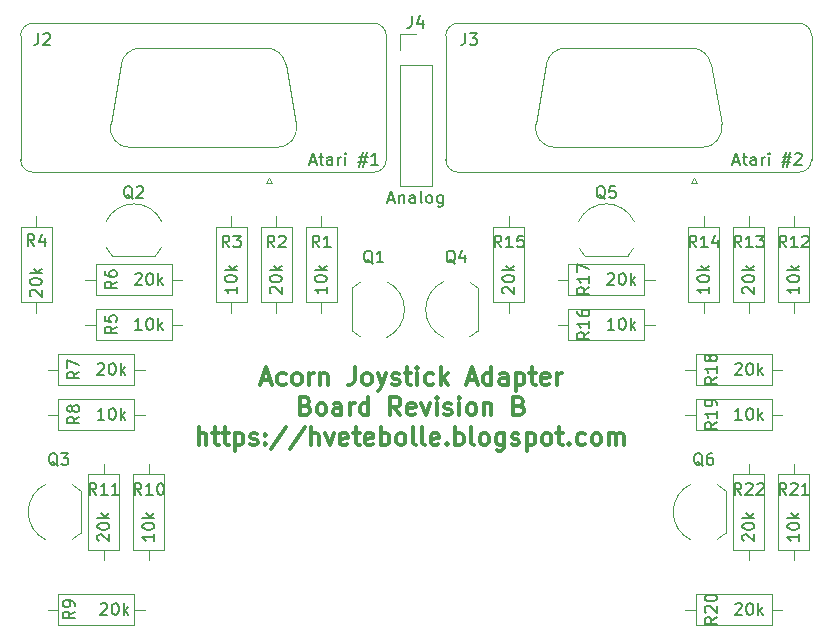
<source format=gto>
G04 #@! TF.FileFunction,Legend,Top*
%FSLAX46Y46*%
G04 Gerber Fmt 4.6, Leading zero omitted, Abs format (unit mm)*
G04 Created by KiCad (PCBNEW 4.0.7) date 10/17/18 18:49:35*
%MOMM*%
%LPD*%
G01*
G04 APERTURE LIST*
%ADD10C,0.100000*%
%ADD11C,0.300000*%
%ADD12C,0.120000*%
%ADD13C,0.150000*%
G04 APERTURE END LIST*
D10*
D11*
X113722143Y-120890000D02*
X114436429Y-120890000D01*
X113579286Y-121318571D02*
X114079286Y-119818571D01*
X114579286Y-121318571D01*
X115722143Y-121247143D02*
X115579286Y-121318571D01*
X115293572Y-121318571D01*
X115150714Y-121247143D01*
X115079286Y-121175714D01*
X115007857Y-121032857D01*
X115007857Y-120604286D01*
X115079286Y-120461429D01*
X115150714Y-120390000D01*
X115293572Y-120318571D01*
X115579286Y-120318571D01*
X115722143Y-120390000D01*
X116579286Y-121318571D02*
X116436428Y-121247143D01*
X116365000Y-121175714D01*
X116293571Y-121032857D01*
X116293571Y-120604286D01*
X116365000Y-120461429D01*
X116436428Y-120390000D01*
X116579286Y-120318571D01*
X116793571Y-120318571D01*
X116936428Y-120390000D01*
X117007857Y-120461429D01*
X117079286Y-120604286D01*
X117079286Y-121032857D01*
X117007857Y-121175714D01*
X116936428Y-121247143D01*
X116793571Y-121318571D01*
X116579286Y-121318571D01*
X117722143Y-121318571D02*
X117722143Y-120318571D01*
X117722143Y-120604286D02*
X117793571Y-120461429D01*
X117865000Y-120390000D01*
X118007857Y-120318571D01*
X118150714Y-120318571D01*
X118650714Y-120318571D02*
X118650714Y-121318571D01*
X118650714Y-120461429D02*
X118722142Y-120390000D01*
X118865000Y-120318571D01*
X119079285Y-120318571D01*
X119222142Y-120390000D01*
X119293571Y-120532857D01*
X119293571Y-121318571D01*
X121579285Y-119818571D02*
X121579285Y-120890000D01*
X121507857Y-121104286D01*
X121365000Y-121247143D01*
X121150714Y-121318571D01*
X121007857Y-121318571D01*
X122507857Y-121318571D02*
X122364999Y-121247143D01*
X122293571Y-121175714D01*
X122222142Y-121032857D01*
X122222142Y-120604286D01*
X122293571Y-120461429D01*
X122364999Y-120390000D01*
X122507857Y-120318571D01*
X122722142Y-120318571D01*
X122864999Y-120390000D01*
X122936428Y-120461429D01*
X123007857Y-120604286D01*
X123007857Y-121032857D01*
X122936428Y-121175714D01*
X122864999Y-121247143D01*
X122722142Y-121318571D01*
X122507857Y-121318571D01*
X123507857Y-120318571D02*
X123865000Y-121318571D01*
X124222142Y-120318571D02*
X123865000Y-121318571D01*
X123722142Y-121675714D01*
X123650714Y-121747143D01*
X123507857Y-121818571D01*
X124722142Y-121247143D02*
X124864999Y-121318571D01*
X125150714Y-121318571D01*
X125293571Y-121247143D01*
X125364999Y-121104286D01*
X125364999Y-121032857D01*
X125293571Y-120890000D01*
X125150714Y-120818571D01*
X124936428Y-120818571D01*
X124793571Y-120747143D01*
X124722142Y-120604286D01*
X124722142Y-120532857D01*
X124793571Y-120390000D01*
X124936428Y-120318571D01*
X125150714Y-120318571D01*
X125293571Y-120390000D01*
X125793571Y-120318571D02*
X126365000Y-120318571D01*
X126007857Y-119818571D02*
X126007857Y-121104286D01*
X126079285Y-121247143D01*
X126222143Y-121318571D01*
X126365000Y-121318571D01*
X126865000Y-121318571D02*
X126865000Y-120318571D01*
X126865000Y-119818571D02*
X126793571Y-119890000D01*
X126865000Y-119961429D01*
X126936428Y-119890000D01*
X126865000Y-119818571D01*
X126865000Y-119961429D01*
X128222143Y-121247143D02*
X128079286Y-121318571D01*
X127793572Y-121318571D01*
X127650714Y-121247143D01*
X127579286Y-121175714D01*
X127507857Y-121032857D01*
X127507857Y-120604286D01*
X127579286Y-120461429D01*
X127650714Y-120390000D01*
X127793572Y-120318571D01*
X128079286Y-120318571D01*
X128222143Y-120390000D01*
X128865000Y-121318571D02*
X128865000Y-119818571D01*
X129007857Y-120747143D02*
X129436428Y-121318571D01*
X129436428Y-120318571D02*
X128865000Y-120890000D01*
X131150714Y-120890000D02*
X131865000Y-120890000D01*
X131007857Y-121318571D02*
X131507857Y-119818571D01*
X132007857Y-121318571D01*
X133150714Y-121318571D02*
X133150714Y-119818571D01*
X133150714Y-121247143D02*
X133007857Y-121318571D01*
X132722143Y-121318571D01*
X132579285Y-121247143D01*
X132507857Y-121175714D01*
X132436428Y-121032857D01*
X132436428Y-120604286D01*
X132507857Y-120461429D01*
X132579285Y-120390000D01*
X132722143Y-120318571D01*
X133007857Y-120318571D01*
X133150714Y-120390000D01*
X134507857Y-121318571D02*
X134507857Y-120532857D01*
X134436428Y-120390000D01*
X134293571Y-120318571D01*
X134007857Y-120318571D01*
X133865000Y-120390000D01*
X134507857Y-121247143D02*
X134365000Y-121318571D01*
X134007857Y-121318571D01*
X133865000Y-121247143D01*
X133793571Y-121104286D01*
X133793571Y-120961429D01*
X133865000Y-120818571D01*
X134007857Y-120747143D01*
X134365000Y-120747143D01*
X134507857Y-120675714D01*
X135222143Y-120318571D02*
X135222143Y-121818571D01*
X135222143Y-120390000D02*
X135365000Y-120318571D01*
X135650714Y-120318571D01*
X135793571Y-120390000D01*
X135865000Y-120461429D01*
X135936429Y-120604286D01*
X135936429Y-121032857D01*
X135865000Y-121175714D01*
X135793571Y-121247143D01*
X135650714Y-121318571D01*
X135365000Y-121318571D01*
X135222143Y-121247143D01*
X136365000Y-120318571D02*
X136936429Y-120318571D01*
X136579286Y-119818571D02*
X136579286Y-121104286D01*
X136650714Y-121247143D01*
X136793572Y-121318571D01*
X136936429Y-121318571D01*
X138007857Y-121247143D02*
X137865000Y-121318571D01*
X137579286Y-121318571D01*
X137436429Y-121247143D01*
X137365000Y-121104286D01*
X137365000Y-120532857D01*
X137436429Y-120390000D01*
X137579286Y-120318571D01*
X137865000Y-120318571D01*
X138007857Y-120390000D01*
X138079286Y-120532857D01*
X138079286Y-120675714D01*
X137365000Y-120818571D01*
X138722143Y-121318571D02*
X138722143Y-120318571D01*
X138722143Y-120604286D02*
X138793571Y-120461429D01*
X138865000Y-120390000D01*
X139007857Y-120318571D01*
X139150714Y-120318571D01*
X117436429Y-123082857D02*
X117650715Y-123154286D01*
X117722143Y-123225714D01*
X117793572Y-123368571D01*
X117793572Y-123582857D01*
X117722143Y-123725714D01*
X117650715Y-123797143D01*
X117507857Y-123868571D01*
X116936429Y-123868571D01*
X116936429Y-122368571D01*
X117436429Y-122368571D01*
X117579286Y-122440000D01*
X117650715Y-122511429D01*
X117722143Y-122654286D01*
X117722143Y-122797143D01*
X117650715Y-122940000D01*
X117579286Y-123011429D01*
X117436429Y-123082857D01*
X116936429Y-123082857D01*
X118650715Y-123868571D02*
X118507857Y-123797143D01*
X118436429Y-123725714D01*
X118365000Y-123582857D01*
X118365000Y-123154286D01*
X118436429Y-123011429D01*
X118507857Y-122940000D01*
X118650715Y-122868571D01*
X118865000Y-122868571D01*
X119007857Y-122940000D01*
X119079286Y-123011429D01*
X119150715Y-123154286D01*
X119150715Y-123582857D01*
X119079286Y-123725714D01*
X119007857Y-123797143D01*
X118865000Y-123868571D01*
X118650715Y-123868571D01*
X120436429Y-123868571D02*
X120436429Y-123082857D01*
X120365000Y-122940000D01*
X120222143Y-122868571D01*
X119936429Y-122868571D01*
X119793572Y-122940000D01*
X120436429Y-123797143D02*
X120293572Y-123868571D01*
X119936429Y-123868571D01*
X119793572Y-123797143D01*
X119722143Y-123654286D01*
X119722143Y-123511429D01*
X119793572Y-123368571D01*
X119936429Y-123297143D01*
X120293572Y-123297143D01*
X120436429Y-123225714D01*
X121150715Y-123868571D02*
X121150715Y-122868571D01*
X121150715Y-123154286D02*
X121222143Y-123011429D01*
X121293572Y-122940000D01*
X121436429Y-122868571D01*
X121579286Y-122868571D01*
X122722143Y-123868571D02*
X122722143Y-122368571D01*
X122722143Y-123797143D02*
X122579286Y-123868571D01*
X122293572Y-123868571D01*
X122150714Y-123797143D01*
X122079286Y-123725714D01*
X122007857Y-123582857D01*
X122007857Y-123154286D01*
X122079286Y-123011429D01*
X122150714Y-122940000D01*
X122293572Y-122868571D01*
X122579286Y-122868571D01*
X122722143Y-122940000D01*
X125436429Y-123868571D02*
X124936429Y-123154286D01*
X124579286Y-123868571D02*
X124579286Y-122368571D01*
X125150714Y-122368571D01*
X125293572Y-122440000D01*
X125365000Y-122511429D01*
X125436429Y-122654286D01*
X125436429Y-122868571D01*
X125365000Y-123011429D01*
X125293572Y-123082857D01*
X125150714Y-123154286D01*
X124579286Y-123154286D01*
X126650714Y-123797143D02*
X126507857Y-123868571D01*
X126222143Y-123868571D01*
X126079286Y-123797143D01*
X126007857Y-123654286D01*
X126007857Y-123082857D01*
X126079286Y-122940000D01*
X126222143Y-122868571D01*
X126507857Y-122868571D01*
X126650714Y-122940000D01*
X126722143Y-123082857D01*
X126722143Y-123225714D01*
X126007857Y-123368571D01*
X127222143Y-122868571D02*
X127579286Y-123868571D01*
X127936428Y-122868571D01*
X128507857Y-123868571D02*
X128507857Y-122868571D01*
X128507857Y-122368571D02*
X128436428Y-122440000D01*
X128507857Y-122511429D01*
X128579285Y-122440000D01*
X128507857Y-122368571D01*
X128507857Y-122511429D01*
X129150714Y-123797143D02*
X129293571Y-123868571D01*
X129579286Y-123868571D01*
X129722143Y-123797143D01*
X129793571Y-123654286D01*
X129793571Y-123582857D01*
X129722143Y-123440000D01*
X129579286Y-123368571D01*
X129365000Y-123368571D01*
X129222143Y-123297143D01*
X129150714Y-123154286D01*
X129150714Y-123082857D01*
X129222143Y-122940000D01*
X129365000Y-122868571D01*
X129579286Y-122868571D01*
X129722143Y-122940000D01*
X130436429Y-123868571D02*
X130436429Y-122868571D01*
X130436429Y-122368571D02*
X130365000Y-122440000D01*
X130436429Y-122511429D01*
X130507857Y-122440000D01*
X130436429Y-122368571D01*
X130436429Y-122511429D01*
X131365001Y-123868571D02*
X131222143Y-123797143D01*
X131150715Y-123725714D01*
X131079286Y-123582857D01*
X131079286Y-123154286D01*
X131150715Y-123011429D01*
X131222143Y-122940000D01*
X131365001Y-122868571D01*
X131579286Y-122868571D01*
X131722143Y-122940000D01*
X131793572Y-123011429D01*
X131865001Y-123154286D01*
X131865001Y-123582857D01*
X131793572Y-123725714D01*
X131722143Y-123797143D01*
X131579286Y-123868571D01*
X131365001Y-123868571D01*
X132507858Y-122868571D02*
X132507858Y-123868571D01*
X132507858Y-123011429D02*
X132579286Y-122940000D01*
X132722144Y-122868571D01*
X132936429Y-122868571D01*
X133079286Y-122940000D01*
X133150715Y-123082857D01*
X133150715Y-123868571D01*
X135507858Y-123082857D02*
X135722144Y-123154286D01*
X135793572Y-123225714D01*
X135865001Y-123368571D01*
X135865001Y-123582857D01*
X135793572Y-123725714D01*
X135722144Y-123797143D01*
X135579286Y-123868571D01*
X135007858Y-123868571D01*
X135007858Y-122368571D01*
X135507858Y-122368571D01*
X135650715Y-122440000D01*
X135722144Y-122511429D01*
X135793572Y-122654286D01*
X135793572Y-122797143D01*
X135722144Y-122940000D01*
X135650715Y-123011429D01*
X135507858Y-123082857D01*
X135007858Y-123082857D01*
X108364999Y-126418571D02*
X108364999Y-124918571D01*
X109007856Y-126418571D02*
X109007856Y-125632857D01*
X108936427Y-125490000D01*
X108793570Y-125418571D01*
X108579285Y-125418571D01*
X108436427Y-125490000D01*
X108364999Y-125561429D01*
X109507856Y-125418571D02*
X110079285Y-125418571D01*
X109722142Y-124918571D02*
X109722142Y-126204286D01*
X109793570Y-126347143D01*
X109936428Y-126418571D01*
X110079285Y-126418571D01*
X110364999Y-125418571D02*
X110936428Y-125418571D01*
X110579285Y-124918571D02*
X110579285Y-126204286D01*
X110650713Y-126347143D01*
X110793571Y-126418571D01*
X110936428Y-126418571D01*
X111436428Y-125418571D02*
X111436428Y-126918571D01*
X111436428Y-125490000D02*
X111579285Y-125418571D01*
X111864999Y-125418571D01*
X112007856Y-125490000D01*
X112079285Y-125561429D01*
X112150714Y-125704286D01*
X112150714Y-126132857D01*
X112079285Y-126275714D01*
X112007856Y-126347143D01*
X111864999Y-126418571D01*
X111579285Y-126418571D01*
X111436428Y-126347143D01*
X112722142Y-126347143D02*
X112864999Y-126418571D01*
X113150714Y-126418571D01*
X113293571Y-126347143D01*
X113364999Y-126204286D01*
X113364999Y-126132857D01*
X113293571Y-125990000D01*
X113150714Y-125918571D01*
X112936428Y-125918571D01*
X112793571Y-125847143D01*
X112722142Y-125704286D01*
X112722142Y-125632857D01*
X112793571Y-125490000D01*
X112936428Y-125418571D01*
X113150714Y-125418571D01*
X113293571Y-125490000D01*
X114007857Y-126275714D02*
X114079285Y-126347143D01*
X114007857Y-126418571D01*
X113936428Y-126347143D01*
X114007857Y-126275714D01*
X114007857Y-126418571D01*
X114007857Y-125490000D02*
X114079285Y-125561429D01*
X114007857Y-125632857D01*
X113936428Y-125561429D01*
X114007857Y-125490000D01*
X114007857Y-125632857D01*
X115793571Y-124847143D02*
X114507857Y-126775714D01*
X117365000Y-124847143D02*
X116079286Y-126775714D01*
X117865001Y-126418571D02*
X117865001Y-124918571D01*
X118507858Y-126418571D02*
X118507858Y-125632857D01*
X118436429Y-125490000D01*
X118293572Y-125418571D01*
X118079287Y-125418571D01*
X117936429Y-125490000D01*
X117865001Y-125561429D01*
X119079287Y-125418571D02*
X119436430Y-126418571D01*
X119793572Y-125418571D01*
X120936429Y-126347143D02*
X120793572Y-126418571D01*
X120507858Y-126418571D01*
X120365001Y-126347143D01*
X120293572Y-126204286D01*
X120293572Y-125632857D01*
X120365001Y-125490000D01*
X120507858Y-125418571D01*
X120793572Y-125418571D01*
X120936429Y-125490000D01*
X121007858Y-125632857D01*
X121007858Y-125775714D01*
X120293572Y-125918571D01*
X121436429Y-125418571D02*
X122007858Y-125418571D01*
X121650715Y-124918571D02*
X121650715Y-126204286D01*
X121722143Y-126347143D01*
X121865001Y-126418571D01*
X122007858Y-126418571D01*
X123079286Y-126347143D02*
X122936429Y-126418571D01*
X122650715Y-126418571D01*
X122507858Y-126347143D01*
X122436429Y-126204286D01*
X122436429Y-125632857D01*
X122507858Y-125490000D01*
X122650715Y-125418571D01*
X122936429Y-125418571D01*
X123079286Y-125490000D01*
X123150715Y-125632857D01*
X123150715Y-125775714D01*
X122436429Y-125918571D01*
X123793572Y-126418571D02*
X123793572Y-124918571D01*
X123793572Y-125490000D02*
X123936429Y-125418571D01*
X124222143Y-125418571D01*
X124365000Y-125490000D01*
X124436429Y-125561429D01*
X124507858Y-125704286D01*
X124507858Y-126132857D01*
X124436429Y-126275714D01*
X124365000Y-126347143D01*
X124222143Y-126418571D01*
X123936429Y-126418571D01*
X123793572Y-126347143D01*
X125365001Y-126418571D02*
X125222143Y-126347143D01*
X125150715Y-126275714D01*
X125079286Y-126132857D01*
X125079286Y-125704286D01*
X125150715Y-125561429D01*
X125222143Y-125490000D01*
X125365001Y-125418571D01*
X125579286Y-125418571D01*
X125722143Y-125490000D01*
X125793572Y-125561429D01*
X125865001Y-125704286D01*
X125865001Y-126132857D01*
X125793572Y-126275714D01*
X125722143Y-126347143D01*
X125579286Y-126418571D01*
X125365001Y-126418571D01*
X126722144Y-126418571D02*
X126579286Y-126347143D01*
X126507858Y-126204286D01*
X126507858Y-124918571D01*
X127507858Y-126418571D02*
X127365000Y-126347143D01*
X127293572Y-126204286D01*
X127293572Y-124918571D01*
X128650714Y-126347143D02*
X128507857Y-126418571D01*
X128222143Y-126418571D01*
X128079286Y-126347143D01*
X128007857Y-126204286D01*
X128007857Y-125632857D01*
X128079286Y-125490000D01*
X128222143Y-125418571D01*
X128507857Y-125418571D01*
X128650714Y-125490000D01*
X128722143Y-125632857D01*
X128722143Y-125775714D01*
X128007857Y-125918571D01*
X129365000Y-126275714D02*
X129436428Y-126347143D01*
X129365000Y-126418571D01*
X129293571Y-126347143D01*
X129365000Y-126275714D01*
X129365000Y-126418571D01*
X130079286Y-126418571D02*
X130079286Y-124918571D01*
X130079286Y-125490000D02*
X130222143Y-125418571D01*
X130507857Y-125418571D01*
X130650714Y-125490000D01*
X130722143Y-125561429D01*
X130793572Y-125704286D01*
X130793572Y-126132857D01*
X130722143Y-126275714D01*
X130650714Y-126347143D01*
X130507857Y-126418571D01*
X130222143Y-126418571D01*
X130079286Y-126347143D01*
X131650715Y-126418571D02*
X131507857Y-126347143D01*
X131436429Y-126204286D01*
X131436429Y-124918571D01*
X132436429Y-126418571D02*
X132293571Y-126347143D01*
X132222143Y-126275714D01*
X132150714Y-126132857D01*
X132150714Y-125704286D01*
X132222143Y-125561429D01*
X132293571Y-125490000D01*
X132436429Y-125418571D01*
X132650714Y-125418571D01*
X132793571Y-125490000D01*
X132865000Y-125561429D01*
X132936429Y-125704286D01*
X132936429Y-126132857D01*
X132865000Y-126275714D01*
X132793571Y-126347143D01*
X132650714Y-126418571D01*
X132436429Y-126418571D01*
X134222143Y-125418571D02*
X134222143Y-126632857D01*
X134150714Y-126775714D01*
X134079286Y-126847143D01*
X133936429Y-126918571D01*
X133722143Y-126918571D01*
X133579286Y-126847143D01*
X134222143Y-126347143D02*
X134079286Y-126418571D01*
X133793572Y-126418571D01*
X133650714Y-126347143D01*
X133579286Y-126275714D01*
X133507857Y-126132857D01*
X133507857Y-125704286D01*
X133579286Y-125561429D01*
X133650714Y-125490000D01*
X133793572Y-125418571D01*
X134079286Y-125418571D01*
X134222143Y-125490000D01*
X134865000Y-126347143D02*
X135007857Y-126418571D01*
X135293572Y-126418571D01*
X135436429Y-126347143D01*
X135507857Y-126204286D01*
X135507857Y-126132857D01*
X135436429Y-125990000D01*
X135293572Y-125918571D01*
X135079286Y-125918571D01*
X134936429Y-125847143D01*
X134865000Y-125704286D01*
X134865000Y-125632857D01*
X134936429Y-125490000D01*
X135079286Y-125418571D01*
X135293572Y-125418571D01*
X135436429Y-125490000D01*
X136150715Y-125418571D02*
X136150715Y-126918571D01*
X136150715Y-125490000D02*
X136293572Y-125418571D01*
X136579286Y-125418571D01*
X136722143Y-125490000D01*
X136793572Y-125561429D01*
X136865001Y-125704286D01*
X136865001Y-126132857D01*
X136793572Y-126275714D01*
X136722143Y-126347143D01*
X136579286Y-126418571D01*
X136293572Y-126418571D01*
X136150715Y-126347143D01*
X137722144Y-126418571D02*
X137579286Y-126347143D01*
X137507858Y-126275714D01*
X137436429Y-126132857D01*
X137436429Y-125704286D01*
X137507858Y-125561429D01*
X137579286Y-125490000D01*
X137722144Y-125418571D01*
X137936429Y-125418571D01*
X138079286Y-125490000D01*
X138150715Y-125561429D01*
X138222144Y-125704286D01*
X138222144Y-126132857D01*
X138150715Y-126275714D01*
X138079286Y-126347143D01*
X137936429Y-126418571D01*
X137722144Y-126418571D01*
X138650715Y-125418571D02*
X139222144Y-125418571D01*
X138865001Y-124918571D02*
X138865001Y-126204286D01*
X138936429Y-126347143D01*
X139079287Y-126418571D01*
X139222144Y-126418571D01*
X139722144Y-126275714D02*
X139793572Y-126347143D01*
X139722144Y-126418571D01*
X139650715Y-126347143D01*
X139722144Y-126275714D01*
X139722144Y-126418571D01*
X141079287Y-126347143D02*
X140936430Y-126418571D01*
X140650716Y-126418571D01*
X140507858Y-126347143D01*
X140436430Y-126275714D01*
X140365001Y-126132857D01*
X140365001Y-125704286D01*
X140436430Y-125561429D01*
X140507858Y-125490000D01*
X140650716Y-125418571D01*
X140936430Y-125418571D01*
X141079287Y-125490000D01*
X141936430Y-126418571D02*
X141793572Y-126347143D01*
X141722144Y-126275714D01*
X141650715Y-126132857D01*
X141650715Y-125704286D01*
X141722144Y-125561429D01*
X141793572Y-125490000D01*
X141936430Y-125418571D01*
X142150715Y-125418571D01*
X142293572Y-125490000D01*
X142365001Y-125561429D01*
X142436430Y-125704286D01*
X142436430Y-126132857D01*
X142365001Y-126275714D01*
X142293572Y-126347143D01*
X142150715Y-126418571D01*
X141936430Y-126418571D01*
X143079287Y-126418571D02*
X143079287Y-125418571D01*
X143079287Y-125561429D02*
X143150715Y-125490000D01*
X143293573Y-125418571D01*
X143507858Y-125418571D01*
X143650715Y-125490000D01*
X143722144Y-125632857D01*
X143722144Y-126418571D01*
X143722144Y-125632857D02*
X143793573Y-125490000D01*
X143936430Y-125418571D01*
X144150715Y-125418571D01*
X144293573Y-125490000D01*
X144365001Y-125632857D01*
X144365001Y-126418571D01*
D12*
X123185000Y-103315000D02*
G75*
G03X124245000Y-102255000I0J1060000D01*
G01*
X93275000Y-102255000D02*
G75*
G03X94335000Y-103315000I1060000J0D01*
G01*
X123185000Y-90695000D02*
G75*
G02X124245000Y-91755000I0J-1060000D01*
G01*
X94335000Y-90695000D02*
G75*
G03X93275000Y-91755000I0J-1060000D01*
G01*
X116626470Y-99266744D02*
G75*
G02X114991689Y-101215000I-1634781J-288256D01*
G01*
X100893530Y-99266744D02*
G75*
G03X102528311Y-101215000I1634781J-288256D01*
G01*
X115727202Y-94166744D02*
G75*
G03X114092421Y-92795000I-1634781J-288256D01*
G01*
X101792798Y-94166744D02*
G75*
G02X103427579Y-92795000I1634781J-288256D01*
G01*
X123185000Y-103315000D02*
X94335000Y-103315000D01*
X93275000Y-102255000D02*
X93275000Y-91755000D01*
X94335000Y-90695000D02*
X123185000Y-90695000D01*
X124245000Y-91755000D02*
X124245000Y-102255000D01*
X114550000Y-104209338D02*
X114050000Y-104209338D01*
X114050000Y-104209338D02*
X114300000Y-103776325D01*
X114300000Y-103776325D02*
X114550000Y-104209338D01*
X114991689Y-101215000D02*
X102528311Y-101215000D01*
X114092421Y-92795000D02*
X103427579Y-92795000D01*
X100893530Y-99266744D02*
X101792798Y-94166744D01*
X116626470Y-99266744D02*
X115727202Y-94166744D01*
X120055000Y-107915000D02*
X117435000Y-107915000D01*
X117435000Y-107915000D02*
X117435000Y-114335000D01*
X117435000Y-114335000D02*
X120055000Y-114335000D01*
X120055000Y-114335000D02*
X120055000Y-107915000D01*
X118745000Y-107025000D02*
X118745000Y-107915000D01*
X118745000Y-115225000D02*
X118745000Y-114335000D01*
X113625000Y-114335000D02*
X116245000Y-114335000D01*
X116245000Y-114335000D02*
X116245000Y-107915000D01*
X116245000Y-107915000D02*
X113625000Y-107915000D01*
X113625000Y-107915000D02*
X113625000Y-114335000D01*
X114935000Y-115225000D02*
X114935000Y-114335000D01*
X114935000Y-107025000D02*
X114935000Y-107915000D01*
X112435000Y-107915000D02*
X109815000Y-107915000D01*
X109815000Y-107915000D02*
X109815000Y-114335000D01*
X109815000Y-114335000D02*
X112435000Y-114335000D01*
X112435000Y-114335000D02*
X112435000Y-107915000D01*
X111125000Y-107025000D02*
X111125000Y-107915000D01*
X111125000Y-115225000D02*
X111125000Y-114335000D01*
X95925000Y-107915000D02*
X93305000Y-107915000D01*
X93305000Y-107915000D02*
X93305000Y-114335000D01*
X93305000Y-114335000D02*
X95925000Y-114335000D01*
X95925000Y-114335000D02*
X95925000Y-107915000D01*
X94615000Y-107025000D02*
X94615000Y-107915000D01*
X94615000Y-115225000D02*
X94615000Y-114335000D01*
X106080000Y-117515000D02*
X106080000Y-114895000D01*
X106080000Y-114895000D02*
X99660000Y-114895000D01*
X99660000Y-114895000D02*
X99660000Y-117515000D01*
X99660000Y-117515000D02*
X106080000Y-117515000D01*
X106970000Y-116205000D02*
X106080000Y-116205000D01*
X98770000Y-116205000D02*
X99660000Y-116205000D01*
X106080000Y-113705000D02*
X106080000Y-111085000D01*
X106080000Y-111085000D02*
X99660000Y-111085000D01*
X99660000Y-111085000D02*
X99660000Y-113705000D01*
X99660000Y-113705000D02*
X106080000Y-113705000D01*
X106970000Y-112395000D02*
X106080000Y-112395000D01*
X98770000Y-112395000D02*
X99660000Y-112395000D01*
X102905000Y-121325000D02*
X102905000Y-118705000D01*
X102905000Y-118705000D02*
X96485000Y-118705000D01*
X96485000Y-118705000D02*
X96485000Y-121325000D01*
X96485000Y-121325000D02*
X102905000Y-121325000D01*
X103795000Y-120015000D02*
X102905000Y-120015000D01*
X95595000Y-120015000D02*
X96485000Y-120015000D01*
X96485000Y-122515000D02*
X96485000Y-125135000D01*
X96485000Y-125135000D02*
X102905000Y-125135000D01*
X102905000Y-125135000D02*
X102905000Y-122515000D01*
X102905000Y-122515000D02*
X96485000Y-122515000D01*
X95595000Y-123825000D02*
X96485000Y-123825000D01*
X103795000Y-123825000D02*
X102905000Y-123825000D01*
X96485000Y-139025000D02*
X96485000Y-141645000D01*
X96485000Y-141645000D02*
X102905000Y-141645000D01*
X102905000Y-141645000D02*
X102905000Y-139025000D01*
X102905000Y-139025000D02*
X96485000Y-139025000D01*
X95595000Y-140335000D02*
X96485000Y-140335000D01*
X103795000Y-140335000D02*
X102905000Y-140335000D01*
X105450000Y-128870000D02*
X102830000Y-128870000D01*
X102830000Y-128870000D02*
X102830000Y-135290000D01*
X102830000Y-135290000D02*
X105450000Y-135290000D01*
X105450000Y-135290000D02*
X105450000Y-128870000D01*
X104140000Y-127980000D02*
X104140000Y-128870000D01*
X104140000Y-136180000D02*
X104140000Y-135290000D01*
X101640000Y-128870000D02*
X99020000Y-128870000D01*
X99020000Y-128870000D02*
X99020000Y-135290000D01*
X99020000Y-135290000D02*
X101640000Y-135290000D01*
X101640000Y-135290000D02*
X101640000Y-128870000D01*
X100330000Y-127980000D02*
X100330000Y-128870000D01*
X100330000Y-136180000D02*
X100330000Y-135290000D01*
X160060000Y-107915000D02*
X157440000Y-107915000D01*
X157440000Y-107915000D02*
X157440000Y-114335000D01*
X157440000Y-114335000D02*
X160060000Y-114335000D01*
X160060000Y-114335000D02*
X160060000Y-107915000D01*
X158750000Y-107025000D02*
X158750000Y-107915000D01*
X158750000Y-115225000D02*
X158750000Y-114335000D01*
X153630000Y-114335000D02*
X156250000Y-114335000D01*
X156250000Y-114335000D02*
X156250000Y-107915000D01*
X156250000Y-107915000D02*
X153630000Y-107915000D01*
X153630000Y-107915000D02*
X153630000Y-114335000D01*
X154940000Y-115225000D02*
X154940000Y-114335000D01*
X154940000Y-107025000D02*
X154940000Y-107915000D01*
X152440000Y-107915000D02*
X149820000Y-107915000D01*
X149820000Y-107915000D02*
X149820000Y-114335000D01*
X149820000Y-114335000D02*
X152440000Y-114335000D01*
X152440000Y-114335000D02*
X152440000Y-107915000D01*
X151130000Y-107025000D02*
X151130000Y-107915000D01*
X151130000Y-115225000D02*
X151130000Y-114335000D01*
X135930000Y-107915000D02*
X133310000Y-107915000D01*
X133310000Y-107915000D02*
X133310000Y-114335000D01*
X133310000Y-114335000D02*
X135930000Y-114335000D01*
X135930000Y-114335000D02*
X135930000Y-107915000D01*
X134620000Y-107025000D02*
X134620000Y-107915000D01*
X134620000Y-115225000D02*
X134620000Y-114335000D01*
X146085000Y-117515000D02*
X146085000Y-114895000D01*
X146085000Y-114895000D02*
X139665000Y-114895000D01*
X139665000Y-114895000D02*
X139665000Y-117515000D01*
X139665000Y-117515000D02*
X146085000Y-117515000D01*
X146975000Y-116205000D02*
X146085000Y-116205000D01*
X138775000Y-116205000D02*
X139665000Y-116205000D01*
X146085000Y-113705000D02*
X146085000Y-111085000D01*
X146085000Y-111085000D02*
X139665000Y-111085000D01*
X139665000Y-111085000D02*
X139665000Y-113705000D01*
X139665000Y-113705000D02*
X146085000Y-113705000D01*
X146975000Y-112395000D02*
X146085000Y-112395000D01*
X138775000Y-112395000D02*
X139665000Y-112395000D01*
X156880000Y-121325000D02*
X156880000Y-118705000D01*
X156880000Y-118705000D02*
X150460000Y-118705000D01*
X150460000Y-118705000D02*
X150460000Y-121325000D01*
X150460000Y-121325000D02*
X156880000Y-121325000D01*
X157770000Y-120015000D02*
X156880000Y-120015000D01*
X149570000Y-120015000D02*
X150460000Y-120015000D01*
X150460000Y-122515000D02*
X150460000Y-125135000D01*
X150460000Y-125135000D02*
X156880000Y-125135000D01*
X156880000Y-125135000D02*
X156880000Y-122515000D01*
X156880000Y-122515000D02*
X150460000Y-122515000D01*
X149570000Y-123825000D02*
X150460000Y-123825000D01*
X157770000Y-123825000D02*
X156880000Y-123825000D01*
X150460000Y-139025000D02*
X150460000Y-141645000D01*
X150460000Y-141645000D02*
X156880000Y-141645000D01*
X156880000Y-141645000D02*
X156880000Y-139025000D01*
X156880000Y-139025000D02*
X150460000Y-139025000D01*
X149570000Y-140335000D02*
X150460000Y-140335000D01*
X157770000Y-140335000D02*
X156880000Y-140335000D01*
X160060000Y-128870000D02*
X157440000Y-128870000D01*
X157440000Y-128870000D02*
X157440000Y-135290000D01*
X157440000Y-135290000D02*
X160060000Y-135290000D01*
X160060000Y-135290000D02*
X160060000Y-128870000D01*
X158750000Y-127980000D02*
X158750000Y-128870000D01*
X158750000Y-136180000D02*
X158750000Y-135290000D01*
X156250000Y-128870000D02*
X153630000Y-128870000D01*
X153630000Y-128870000D02*
X153630000Y-135290000D01*
X153630000Y-135290000D02*
X156250000Y-135290000D01*
X156250000Y-135290000D02*
X156250000Y-128870000D01*
X154940000Y-127980000D02*
X154940000Y-128870000D01*
X154940000Y-136180000D02*
X154940000Y-135290000D01*
X159185000Y-103315000D02*
G75*
G03X160245000Y-102255000I0J1060000D01*
G01*
X129275000Y-102255000D02*
G75*
G03X130335000Y-103315000I1060000J0D01*
G01*
X159185000Y-90695000D02*
G75*
G02X160245000Y-91755000I0J-1060000D01*
G01*
X130335000Y-90695000D02*
G75*
G03X129275000Y-91755000I0J-1060000D01*
G01*
X152626470Y-99266744D02*
G75*
G02X150991689Y-101215000I-1634781J-288256D01*
G01*
X136893530Y-99266744D02*
G75*
G03X138528311Y-101215000I1634781J-288256D01*
G01*
X151727202Y-94166744D02*
G75*
G03X150092421Y-92795000I-1634781J-288256D01*
G01*
X137792798Y-94166744D02*
G75*
G02X139427579Y-92795000I1634781J-288256D01*
G01*
X159185000Y-103315000D02*
X130335000Y-103315000D01*
X129275000Y-102255000D02*
X129275000Y-91755000D01*
X130335000Y-90695000D02*
X159185000Y-90695000D01*
X160245000Y-91755000D02*
X160245000Y-102255000D01*
X150550000Y-104209338D02*
X150050000Y-104209338D01*
X150050000Y-104209338D02*
X150300000Y-103776325D01*
X150300000Y-103776325D02*
X150550000Y-104209338D01*
X150991689Y-101215000D02*
X138528311Y-101215000D01*
X150092421Y-92795000D02*
X139427579Y-92795000D01*
X136893530Y-99266744D02*
X137792798Y-94166744D01*
X152626470Y-99266744D02*
X151727202Y-94166744D01*
X125416000Y-104454000D02*
X128076000Y-104454000D01*
X125416000Y-94234000D02*
X125416000Y-104454000D01*
X128076000Y-94234000D02*
X128076000Y-104454000D01*
X125416000Y-94234000D02*
X128076000Y-94234000D01*
X125416000Y-92964000D02*
X125416000Y-91634000D01*
X125416000Y-91634000D02*
X126746000Y-91634000D01*
X121340000Y-113135000D02*
X121340000Y-116735000D01*
X122067205Y-112610816D02*
G75*
G03X121340000Y-113135000I1122795J-2324184D01*
G01*
X124288807Y-112578600D02*
G75*
G02X125790000Y-114935000I-1098807J-2356400D01*
G01*
X124288807Y-117291400D02*
G75*
G03X125790000Y-114935000I-1098807J2356400D01*
G01*
X122067205Y-117259184D02*
G75*
G02X121340000Y-116735000I1122795J2324184D01*
G01*
X101070000Y-110435000D02*
X104670000Y-110435000D01*
X100545816Y-109707795D02*
G75*
G03X101070000Y-110435000I2324184J1122795D01*
G01*
X100513600Y-107486193D02*
G75*
G02X102870000Y-105985000I2356400J-1098807D01*
G01*
X105226400Y-107486193D02*
G75*
G03X102870000Y-105985000I-2356400J-1098807D01*
G01*
X105194184Y-109707795D02*
G75*
G02X104670000Y-110435000I-2324184J1122795D01*
G01*
X98370000Y-133880000D02*
X98370000Y-130280000D01*
X97642795Y-134404184D02*
G75*
G03X98370000Y-133880000I-1122795J2324184D01*
G01*
X95421193Y-134436400D02*
G75*
G02X93920000Y-132080000I1098807J2356400D01*
G01*
X95421193Y-129723600D02*
G75*
G03X93920000Y-132080000I1098807J-2356400D01*
G01*
X97642795Y-129755816D02*
G75*
G02X98370000Y-130280000I-1122795J-2324184D01*
G01*
X132025000Y-116735000D02*
X132025000Y-113135000D01*
X131297795Y-117259184D02*
G75*
G03X132025000Y-116735000I-1122795J2324184D01*
G01*
X129076193Y-117291400D02*
G75*
G02X127575000Y-114935000I1098807J2356400D01*
G01*
X129076193Y-112578600D02*
G75*
G03X127575000Y-114935000I1098807J-2356400D01*
G01*
X131297795Y-112610816D02*
G75*
G02X132025000Y-113135000I-1122795J-2324184D01*
G01*
X141075000Y-110435000D02*
X144675000Y-110435000D01*
X140550816Y-109707795D02*
G75*
G03X141075000Y-110435000I2324184J1122795D01*
G01*
X140518600Y-107486193D02*
G75*
G02X142875000Y-105985000I2356400J-1098807D01*
G01*
X145231400Y-107486193D02*
G75*
G03X142875000Y-105985000I-2356400J-1098807D01*
G01*
X145199184Y-109707795D02*
G75*
G02X144675000Y-110435000I-2324184J1122795D01*
G01*
X152980000Y-133880000D02*
X152980000Y-130280000D01*
X152252795Y-134404184D02*
G75*
G03X152980000Y-133880000I-1122795J2324184D01*
G01*
X150031193Y-134436400D02*
G75*
G02X148530000Y-132080000I1098807J2356400D01*
G01*
X150031193Y-129723600D02*
G75*
G03X148530000Y-132080000I1098807J-2356400D01*
G01*
X152252795Y-129755816D02*
G75*
G02X152980000Y-130280000I-1122795J-2324184D01*
G01*
D13*
X94789667Y-91527381D02*
X94789667Y-92241667D01*
X94742047Y-92384524D01*
X94646809Y-92479762D01*
X94503952Y-92527381D01*
X94408714Y-92527381D01*
X95218238Y-91622619D02*
X95265857Y-91575000D01*
X95361095Y-91527381D01*
X95599191Y-91527381D01*
X95694429Y-91575000D01*
X95742048Y-91622619D01*
X95789667Y-91717857D01*
X95789667Y-91813095D01*
X95742048Y-91955952D01*
X95170619Y-92527381D01*
X95789667Y-92527381D01*
X117769047Y-102401667D02*
X118245238Y-102401667D01*
X117673809Y-102687381D02*
X118007142Y-101687381D01*
X118340476Y-102687381D01*
X118530952Y-102020714D02*
X118911904Y-102020714D01*
X118673809Y-101687381D02*
X118673809Y-102544524D01*
X118721428Y-102639762D01*
X118816666Y-102687381D01*
X118911904Y-102687381D01*
X119673810Y-102687381D02*
X119673810Y-102163571D01*
X119626191Y-102068333D01*
X119530953Y-102020714D01*
X119340476Y-102020714D01*
X119245238Y-102068333D01*
X119673810Y-102639762D02*
X119578572Y-102687381D01*
X119340476Y-102687381D01*
X119245238Y-102639762D01*
X119197619Y-102544524D01*
X119197619Y-102449286D01*
X119245238Y-102354048D01*
X119340476Y-102306429D01*
X119578572Y-102306429D01*
X119673810Y-102258810D01*
X120150000Y-102687381D02*
X120150000Y-102020714D01*
X120150000Y-102211190D02*
X120197619Y-102115952D01*
X120245238Y-102068333D01*
X120340476Y-102020714D01*
X120435715Y-102020714D01*
X120769048Y-102687381D02*
X120769048Y-102020714D01*
X120769048Y-101687381D02*
X120721429Y-101735000D01*
X120769048Y-101782619D01*
X120816667Y-101735000D01*
X120769048Y-101687381D01*
X120769048Y-101782619D01*
X121959524Y-102020714D02*
X122673810Y-102020714D01*
X122245238Y-101592143D02*
X121959524Y-102877857D01*
X122578572Y-102449286D02*
X121864286Y-102449286D01*
X122292858Y-102877857D02*
X122578572Y-101592143D01*
X123530953Y-102687381D02*
X122959524Y-102687381D01*
X123245238Y-102687381D02*
X123245238Y-101687381D01*
X123150000Y-101830238D01*
X123054762Y-101925476D01*
X122959524Y-101973095D01*
X118578334Y-109672381D02*
X118245000Y-109196190D01*
X118006905Y-109672381D02*
X118006905Y-108672381D01*
X118387858Y-108672381D01*
X118483096Y-108720000D01*
X118530715Y-108767619D01*
X118578334Y-108862857D01*
X118578334Y-109005714D01*
X118530715Y-109100952D01*
X118483096Y-109148571D01*
X118387858Y-109196190D01*
X118006905Y-109196190D01*
X119530715Y-109672381D02*
X118959286Y-109672381D01*
X119245000Y-109672381D02*
X119245000Y-108672381D01*
X119149762Y-108815238D01*
X119054524Y-108910476D01*
X118959286Y-108958095D01*
X119197381Y-112990238D02*
X119197381Y-113561667D01*
X119197381Y-113275953D02*
X118197381Y-113275953D01*
X118340238Y-113371191D01*
X118435476Y-113466429D01*
X118483095Y-113561667D01*
X118197381Y-112371191D02*
X118197381Y-112275952D01*
X118245000Y-112180714D01*
X118292619Y-112133095D01*
X118387857Y-112085476D01*
X118578333Y-112037857D01*
X118816429Y-112037857D01*
X119006905Y-112085476D01*
X119102143Y-112133095D01*
X119149762Y-112180714D01*
X119197381Y-112275952D01*
X119197381Y-112371191D01*
X119149762Y-112466429D01*
X119102143Y-112514048D01*
X119006905Y-112561667D01*
X118816429Y-112609286D01*
X118578333Y-112609286D01*
X118387857Y-112561667D01*
X118292619Y-112514048D01*
X118245000Y-112466429D01*
X118197381Y-112371191D01*
X119197381Y-111609286D02*
X118197381Y-111609286D01*
X118816429Y-111514048D02*
X119197381Y-111228333D01*
X118530714Y-111228333D02*
X118911667Y-111609286D01*
X114768334Y-109672381D02*
X114435000Y-109196190D01*
X114196905Y-109672381D02*
X114196905Y-108672381D01*
X114577858Y-108672381D01*
X114673096Y-108720000D01*
X114720715Y-108767619D01*
X114768334Y-108862857D01*
X114768334Y-109005714D01*
X114720715Y-109100952D01*
X114673096Y-109148571D01*
X114577858Y-109196190D01*
X114196905Y-109196190D01*
X115149286Y-108767619D02*
X115196905Y-108720000D01*
X115292143Y-108672381D01*
X115530239Y-108672381D01*
X115625477Y-108720000D01*
X115673096Y-108767619D01*
X115720715Y-108862857D01*
X115720715Y-108958095D01*
X115673096Y-109100952D01*
X115101667Y-109672381D01*
X115720715Y-109672381D01*
X114482619Y-113561667D02*
X114435000Y-113514048D01*
X114387381Y-113418810D01*
X114387381Y-113180714D01*
X114435000Y-113085476D01*
X114482619Y-113037857D01*
X114577857Y-112990238D01*
X114673095Y-112990238D01*
X114815952Y-113037857D01*
X115387381Y-113609286D01*
X115387381Y-112990238D01*
X114387381Y-112371191D02*
X114387381Y-112275952D01*
X114435000Y-112180714D01*
X114482619Y-112133095D01*
X114577857Y-112085476D01*
X114768333Y-112037857D01*
X115006429Y-112037857D01*
X115196905Y-112085476D01*
X115292143Y-112133095D01*
X115339762Y-112180714D01*
X115387381Y-112275952D01*
X115387381Y-112371191D01*
X115339762Y-112466429D01*
X115292143Y-112514048D01*
X115196905Y-112561667D01*
X115006429Y-112609286D01*
X114768333Y-112609286D01*
X114577857Y-112561667D01*
X114482619Y-112514048D01*
X114435000Y-112466429D01*
X114387381Y-112371191D01*
X115387381Y-111609286D02*
X114387381Y-111609286D01*
X115006429Y-111514048D02*
X115387381Y-111228333D01*
X114720714Y-111228333D02*
X115101667Y-111609286D01*
X110958334Y-109672381D02*
X110625000Y-109196190D01*
X110386905Y-109672381D02*
X110386905Y-108672381D01*
X110767858Y-108672381D01*
X110863096Y-108720000D01*
X110910715Y-108767619D01*
X110958334Y-108862857D01*
X110958334Y-109005714D01*
X110910715Y-109100952D01*
X110863096Y-109148571D01*
X110767858Y-109196190D01*
X110386905Y-109196190D01*
X111291667Y-108672381D02*
X111910715Y-108672381D01*
X111577381Y-109053333D01*
X111720239Y-109053333D01*
X111815477Y-109100952D01*
X111863096Y-109148571D01*
X111910715Y-109243810D01*
X111910715Y-109481905D01*
X111863096Y-109577143D01*
X111815477Y-109624762D01*
X111720239Y-109672381D01*
X111434524Y-109672381D01*
X111339286Y-109624762D01*
X111291667Y-109577143D01*
X111577381Y-112990238D02*
X111577381Y-113561667D01*
X111577381Y-113275953D02*
X110577381Y-113275953D01*
X110720238Y-113371191D01*
X110815476Y-113466429D01*
X110863095Y-113561667D01*
X110577381Y-112371191D02*
X110577381Y-112275952D01*
X110625000Y-112180714D01*
X110672619Y-112133095D01*
X110767857Y-112085476D01*
X110958333Y-112037857D01*
X111196429Y-112037857D01*
X111386905Y-112085476D01*
X111482143Y-112133095D01*
X111529762Y-112180714D01*
X111577381Y-112275952D01*
X111577381Y-112371191D01*
X111529762Y-112466429D01*
X111482143Y-112514048D01*
X111386905Y-112561667D01*
X111196429Y-112609286D01*
X110958333Y-112609286D01*
X110767857Y-112561667D01*
X110672619Y-112514048D01*
X110625000Y-112466429D01*
X110577381Y-112371191D01*
X111577381Y-111609286D02*
X110577381Y-111609286D01*
X111196429Y-111514048D02*
X111577381Y-111228333D01*
X110910714Y-111228333D02*
X111291667Y-111609286D01*
X94448334Y-109545381D02*
X94115000Y-109069190D01*
X93876905Y-109545381D02*
X93876905Y-108545381D01*
X94257858Y-108545381D01*
X94353096Y-108593000D01*
X94400715Y-108640619D01*
X94448334Y-108735857D01*
X94448334Y-108878714D01*
X94400715Y-108973952D01*
X94353096Y-109021571D01*
X94257858Y-109069190D01*
X93876905Y-109069190D01*
X95305477Y-108878714D02*
X95305477Y-109545381D01*
X95067381Y-108497762D02*
X94829286Y-109212048D01*
X95448334Y-109212048D01*
X94162619Y-113815667D02*
X94115000Y-113768048D01*
X94067381Y-113672810D01*
X94067381Y-113434714D01*
X94115000Y-113339476D01*
X94162619Y-113291857D01*
X94257857Y-113244238D01*
X94353095Y-113244238D01*
X94495952Y-113291857D01*
X95067381Y-113863286D01*
X95067381Y-113244238D01*
X94067381Y-112625191D02*
X94067381Y-112529952D01*
X94115000Y-112434714D01*
X94162619Y-112387095D01*
X94257857Y-112339476D01*
X94448333Y-112291857D01*
X94686429Y-112291857D01*
X94876905Y-112339476D01*
X94972143Y-112387095D01*
X95019762Y-112434714D01*
X95067381Y-112529952D01*
X95067381Y-112625191D01*
X95019762Y-112720429D01*
X94972143Y-112768048D01*
X94876905Y-112815667D01*
X94686429Y-112863286D01*
X94448333Y-112863286D01*
X94257857Y-112815667D01*
X94162619Y-112768048D01*
X94115000Y-112720429D01*
X94067381Y-112625191D01*
X95067381Y-111863286D02*
X94067381Y-111863286D01*
X94686429Y-111768048D02*
X95067381Y-111482333D01*
X94400714Y-111482333D02*
X94781667Y-111863286D01*
X101417381Y-116371666D02*
X100941190Y-116705000D01*
X101417381Y-116943095D02*
X100417381Y-116943095D01*
X100417381Y-116562142D01*
X100465000Y-116466904D01*
X100512619Y-116419285D01*
X100607857Y-116371666D01*
X100750714Y-116371666D01*
X100845952Y-116419285D01*
X100893571Y-116466904D01*
X100941190Y-116562142D01*
X100941190Y-116943095D01*
X100417381Y-115466904D02*
X100417381Y-115943095D01*
X100893571Y-115990714D01*
X100845952Y-115943095D01*
X100798333Y-115847857D01*
X100798333Y-115609761D01*
X100845952Y-115514523D01*
X100893571Y-115466904D01*
X100988810Y-115419285D01*
X101226905Y-115419285D01*
X101322143Y-115466904D01*
X101369762Y-115514523D01*
X101417381Y-115609761D01*
X101417381Y-115847857D01*
X101369762Y-115943095D01*
X101322143Y-115990714D01*
X103544762Y-116657381D02*
X102973333Y-116657381D01*
X103259047Y-116657381D02*
X103259047Y-115657381D01*
X103163809Y-115800238D01*
X103068571Y-115895476D01*
X102973333Y-115943095D01*
X104163809Y-115657381D02*
X104259048Y-115657381D01*
X104354286Y-115705000D01*
X104401905Y-115752619D01*
X104449524Y-115847857D01*
X104497143Y-116038333D01*
X104497143Y-116276429D01*
X104449524Y-116466905D01*
X104401905Y-116562143D01*
X104354286Y-116609762D01*
X104259048Y-116657381D01*
X104163809Y-116657381D01*
X104068571Y-116609762D01*
X104020952Y-116562143D01*
X103973333Y-116466905D01*
X103925714Y-116276429D01*
X103925714Y-116038333D01*
X103973333Y-115847857D01*
X104020952Y-115752619D01*
X104068571Y-115705000D01*
X104163809Y-115657381D01*
X104925714Y-116657381D02*
X104925714Y-115657381D01*
X105020952Y-116276429D02*
X105306667Y-116657381D01*
X105306667Y-115990714D02*
X104925714Y-116371667D01*
X101417381Y-112561666D02*
X100941190Y-112895000D01*
X101417381Y-113133095D02*
X100417381Y-113133095D01*
X100417381Y-112752142D01*
X100465000Y-112656904D01*
X100512619Y-112609285D01*
X100607857Y-112561666D01*
X100750714Y-112561666D01*
X100845952Y-112609285D01*
X100893571Y-112656904D01*
X100941190Y-112752142D01*
X100941190Y-113133095D01*
X100417381Y-111704523D02*
X100417381Y-111895000D01*
X100465000Y-111990238D01*
X100512619Y-112037857D01*
X100655476Y-112133095D01*
X100845952Y-112180714D01*
X101226905Y-112180714D01*
X101322143Y-112133095D01*
X101369762Y-112085476D01*
X101417381Y-111990238D01*
X101417381Y-111799761D01*
X101369762Y-111704523D01*
X101322143Y-111656904D01*
X101226905Y-111609285D01*
X100988810Y-111609285D01*
X100893571Y-111656904D01*
X100845952Y-111704523D01*
X100798333Y-111799761D01*
X100798333Y-111990238D01*
X100845952Y-112085476D01*
X100893571Y-112133095D01*
X100988810Y-112180714D01*
X102973333Y-111942619D02*
X103020952Y-111895000D01*
X103116190Y-111847381D01*
X103354286Y-111847381D01*
X103449524Y-111895000D01*
X103497143Y-111942619D01*
X103544762Y-112037857D01*
X103544762Y-112133095D01*
X103497143Y-112275952D01*
X102925714Y-112847381D01*
X103544762Y-112847381D01*
X104163809Y-111847381D02*
X104259048Y-111847381D01*
X104354286Y-111895000D01*
X104401905Y-111942619D01*
X104449524Y-112037857D01*
X104497143Y-112228333D01*
X104497143Y-112466429D01*
X104449524Y-112656905D01*
X104401905Y-112752143D01*
X104354286Y-112799762D01*
X104259048Y-112847381D01*
X104163809Y-112847381D01*
X104068571Y-112799762D01*
X104020952Y-112752143D01*
X103973333Y-112656905D01*
X103925714Y-112466429D01*
X103925714Y-112228333D01*
X103973333Y-112037857D01*
X104020952Y-111942619D01*
X104068571Y-111895000D01*
X104163809Y-111847381D01*
X104925714Y-112847381D02*
X104925714Y-111847381D01*
X105020952Y-112466429D02*
X105306667Y-112847381D01*
X105306667Y-112180714D02*
X104925714Y-112561667D01*
X98242381Y-120181666D02*
X97766190Y-120515000D01*
X98242381Y-120753095D02*
X97242381Y-120753095D01*
X97242381Y-120372142D01*
X97290000Y-120276904D01*
X97337619Y-120229285D01*
X97432857Y-120181666D01*
X97575714Y-120181666D01*
X97670952Y-120229285D01*
X97718571Y-120276904D01*
X97766190Y-120372142D01*
X97766190Y-120753095D01*
X97242381Y-119848333D02*
X97242381Y-119181666D01*
X98242381Y-119610238D01*
X99798333Y-119562619D02*
X99845952Y-119515000D01*
X99941190Y-119467381D01*
X100179286Y-119467381D01*
X100274524Y-119515000D01*
X100322143Y-119562619D01*
X100369762Y-119657857D01*
X100369762Y-119753095D01*
X100322143Y-119895952D01*
X99750714Y-120467381D01*
X100369762Y-120467381D01*
X100988809Y-119467381D02*
X101084048Y-119467381D01*
X101179286Y-119515000D01*
X101226905Y-119562619D01*
X101274524Y-119657857D01*
X101322143Y-119848333D01*
X101322143Y-120086429D01*
X101274524Y-120276905D01*
X101226905Y-120372143D01*
X101179286Y-120419762D01*
X101084048Y-120467381D01*
X100988809Y-120467381D01*
X100893571Y-120419762D01*
X100845952Y-120372143D01*
X100798333Y-120276905D01*
X100750714Y-120086429D01*
X100750714Y-119848333D01*
X100798333Y-119657857D01*
X100845952Y-119562619D01*
X100893571Y-119515000D01*
X100988809Y-119467381D01*
X101750714Y-120467381D02*
X101750714Y-119467381D01*
X101845952Y-120086429D02*
X102131667Y-120467381D01*
X102131667Y-119800714D02*
X101750714Y-120181667D01*
X98242381Y-123991666D02*
X97766190Y-124325000D01*
X98242381Y-124563095D02*
X97242381Y-124563095D01*
X97242381Y-124182142D01*
X97290000Y-124086904D01*
X97337619Y-124039285D01*
X97432857Y-123991666D01*
X97575714Y-123991666D01*
X97670952Y-124039285D01*
X97718571Y-124086904D01*
X97766190Y-124182142D01*
X97766190Y-124563095D01*
X97670952Y-123420238D02*
X97623333Y-123515476D01*
X97575714Y-123563095D01*
X97480476Y-123610714D01*
X97432857Y-123610714D01*
X97337619Y-123563095D01*
X97290000Y-123515476D01*
X97242381Y-123420238D01*
X97242381Y-123229761D01*
X97290000Y-123134523D01*
X97337619Y-123086904D01*
X97432857Y-123039285D01*
X97480476Y-123039285D01*
X97575714Y-123086904D01*
X97623333Y-123134523D01*
X97670952Y-123229761D01*
X97670952Y-123420238D01*
X97718571Y-123515476D01*
X97766190Y-123563095D01*
X97861429Y-123610714D01*
X98051905Y-123610714D01*
X98147143Y-123563095D01*
X98194762Y-123515476D01*
X98242381Y-123420238D01*
X98242381Y-123229761D01*
X98194762Y-123134523D01*
X98147143Y-123086904D01*
X98051905Y-123039285D01*
X97861429Y-123039285D01*
X97766190Y-123086904D01*
X97718571Y-123134523D01*
X97670952Y-123229761D01*
X100369762Y-124277381D02*
X99798333Y-124277381D01*
X100084047Y-124277381D02*
X100084047Y-123277381D01*
X99988809Y-123420238D01*
X99893571Y-123515476D01*
X99798333Y-123563095D01*
X100988809Y-123277381D02*
X101084048Y-123277381D01*
X101179286Y-123325000D01*
X101226905Y-123372619D01*
X101274524Y-123467857D01*
X101322143Y-123658333D01*
X101322143Y-123896429D01*
X101274524Y-124086905D01*
X101226905Y-124182143D01*
X101179286Y-124229762D01*
X101084048Y-124277381D01*
X100988809Y-124277381D01*
X100893571Y-124229762D01*
X100845952Y-124182143D01*
X100798333Y-124086905D01*
X100750714Y-123896429D01*
X100750714Y-123658333D01*
X100798333Y-123467857D01*
X100845952Y-123372619D01*
X100893571Y-123325000D01*
X100988809Y-123277381D01*
X101750714Y-124277381D02*
X101750714Y-123277381D01*
X101845952Y-123896429D02*
X102131667Y-124277381D01*
X102131667Y-123610714D02*
X101750714Y-123991667D01*
X97861381Y-140501666D02*
X97385190Y-140835000D01*
X97861381Y-141073095D02*
X96861381Y-141073095D01*
X96861381Y-140692142D01*
X96909000Y-140596904D01*
X96956619Y-140549285D01*
X97051857Y-140501666D01*
X97194714Y-140501666D01*
X97289952Y-140549285D01*
X97337571Y-140596904D01*
X97385190Y-140692142D01*
X97385190Y-141073095D01*
X97861381Y-140025476D02*
X97861381Y-139835000D01*
X97813762Y-139739761D01*
X97766143Y-139692142D01*
X97623286Y-139596904D01*
X97432810Y-139549285D01*
X97051857Y-139549285D01*
X96956619Y-139596904D01*
X96909000Y-139644523D01*
X96861381Y-139739761D01*
X96861381Y-139930238D01*
X96909000Y-140025476D01*
X96956619Y-140073095D01*
X97051857Y-140120714D01*
X97289952Y-140120714D01*
X97385190Y-140073095D01*
X97432810Y-140025476D01*
X97480429Y-139930238D01*
X97480429Y-139739761D01*
X97432810Y-139644523D01*
X97385190Y-139596904D01*
X97289952Y-139549285D01*
X100052333Y-139882619D02*
X100099952Y-139835000D01*
X100195190Y-139787381D01*
X100433286Y-139787381D01*
X100528524Y-139835000D01*
X100576143Y-139882619D01*
X100623762Y-139977857D01*
X100623762Y-140073095D01*
X100576143Y-140215952D01*
X100004714Y-140787381D01*
X100623762Y-140787381D01*
X101242809Y-139787381D02*
X101338048Y-139787381D01*
X101433286Y-139835000D01*
X101480905Y-139882619D01*
X101528524Y-139977857D01*
X101576143Y-140168333D01*
X101576143Y-140406429D01*
X101528524Y-140596905D01*
X101480905Y-140692143D01*
X101433286Y-140739762D01*
X101338048Y-140787381D01*
X101242809Y-140787381D01*
X101147571Y-140739762D01*
X101099952Y-140692143D01*
X101052333Y-140596905D01*
X101004714Y-140406429D01*
X101004714Y-140168333D01*
X101052333Y-139977857D01*
X101099952Y-139882619D01*
X101147571Y-139835000D01*
X101242809Y-139787381D01*
X102004714Y-140787381D02*
X102004714Y-139787381D01*
X102099952Y-140406429D02*
X102385667Y-140787381D01*
X102385667Y-140120714D02*
X102004714Y-140501667D01*
X103497143Y-130627381D02*
X103163809Y-130151190D01*
X102925714Y-130627381D02*
X102925714Y-129627381D01*
X103306667Y-129627381D01*
X103401905Y-129675000D01*
X103449524Y-129722619D01*
X103497143Y-129817857D01*
X103497143Y-129960714D01*
X103449524Y-130055952D01*
X103401905Y-130103571D01*
X103306667Y-130151190D01*
X102925714Y-130151190D01*
X104449524Y-130627381D02*
X103878095Y-130627381D01*
X104163809Y-130627381D02*
X104163809Y-129627381D01*
X104068571Y-129770238D01*
X103973333Y-129865476D01*
X103878095Y-129913095D01*
X105068571Y-129627381D02*
X105163810Y-129627381D01*
X105259048Y-129675000D01*
X105306667Y-129722619D01*
X105354286Y-129817857D01*
X105401905Y-130008333D01*
X105401905Y-130246429D01*
X105354286Y-130436905D01*
X105306667Y-130532143D01*
X105259048Y-130579762D01*
X105163810Y-130627381D01*
X105068571Y-130627381D01*
X104973333Y-130579762D01*
X104925714Y-130532143D01*
X104878095Y-130436905D01*
X104830476Y-130246429D01*
X104830476Y-130008333D01*
X104878095Y-129817857D01*
X104925714Y-129722619D01*
X104973333Y-129675000D01*
X105068571Y-129627381D01*
X104592381Y-133945238D02*
X104592381Y-134516667D01*
X104592381Y-134230953D02*
X103592381Y-134230953D01*
X103735238Y-134326191D01*
X103830476Y-134421429D01*
X103878095Y-134516667D01*
X103592381Y-133326191D02*
X103592381Y-133230952D01*
X103640000Y-133135714D01*
X103687619Y-133088095D01*
X103782857Y-133040476D01*
X103973333Y-132992857D01*
X104211429Y-132992857D01*
X104401905Y-133040476D01*
X104497143Y-133088095D01*
X104544762Y-133135714D01*
X104592381Y-133230952D01*
X104592381Y-133326191D01*
X104544762Y-133421429D01*
X104497143Y-133469048D01*
X104401905Y-133516667D01*
X104211429Y-133564286D01*
X103973333Y-133564286D01*
X103782857Y-133516667D01*
X103687619Y-133469048D01*
X103640000Y-133421429D01*
X103592381Y-133326191D01*
X104592381Y-132564286D02*
X103592381Y-132564286D01*
X104211429Y-132469048D02*
X104592381Y-132183333D01*
X103925714Y-132183333D02*
X104306667Y-132564286D01*
X99687143Y-130627381D02*
X99353809Y-130151190D01*
X99115714Y-130627381D02*
X99115714Y-129627381D01*
X99496667Y-129627381D01*
X99591905Y-129675000D01*
X99639524Y-129722619D01*
X99687143Y-129817857D01*
X99687143Y-129960714D01*
X99639524Y-130055952D01*
X99591905Y-130103571D01*
X99496667Y-130151190D01*
X99115714Y-130151190D01*
X100639524Y-130627381D02*
X100068095Y-130627381D01*
X100353809Y-130627381D02*
X100353809Y-129627381D01*
X100258571Y-129770238D01*
X100163333Y-129865476D01*
X100068095Y-129913095D01*
X101591905Y-130627381D02*
X101020476Y-130627381D01*
X101306190Y-130627381D02*
X101306190Y-129627381D01*
X101210952Y-129770238D01*
X101115714Y-129865476D01*
X101020476Y-129913095D01*
X99877619Y-134516667D02*
X99830000Y-134469048D01*
X99782381Y-134373810D01*
X99782381Y-134135714D01*
X99830000Y-134040476D01*
X99877619Y-133992857D01*
X99972857Y-133945238D01*
X100068095Y-133945238D01*
X100210952Y-133992857D01*
X100782381Y-134564286D01*
X100782381Y-133945238D01*
X99782381Y-133326191D02*
X99782381Y-133230952D01*
X99830000Y-133135714D01*
X99877619Y-133088095D01*
X99972857Y-133040476D01*
X100163333Y-132992857D01*
X100401429Y-132992857D01*
X100591905Y-133040476D01*
X100687143Y-133088095D01*
X100734762Y-133135714D01*
X100782381Y-133230952D01*
X100782381Y-133326191D01*
X100734762Y-133421429D01*
X100687143Y-133469048D01*
X100591905Y-133516667D01*
X100401429Y-133564286D01*
X100163333Y-133564286D01*
X99972857Y-133516667D01*
X99877619Y-133469048D01*
X99830000Y-133421429D01*
X99782381Y-133326191D01*
X100782381Y-132564286D02*
X99782381Y-132564286D01*
X100401429Y-132469048D02*
X100782381Y-132183333D01*
X100115714Y-132183333D02*
X100496667Y-132564286D01*
X158107143Y-109672381D02*
X157773809Y-109196190D01*
X157535714Y-109672381D02*
X157535714Y-108672381D01*
X157916667Y-108672381D01*
X158011905Y-108720000D01*
X158059524Y-108767619D01*
X158107143Y-108862857D01*
X158107143Y-109005714D01*
X158059524Y-109100952D01*
X158011905Y-109148571D01*
X157916667Y-109196190D01*
X157535714Y-109196190D01*
X159059524Y-109672381D02*
X158488095Y-109672381D01*
X158773809Y-109672381D02*
X158773809Y-108672381D01*
X158678571Y-108815238D01*
X158583333Y-108910476D01*
X158488095Y-108958095D01*
X159440476Y-108767619D02*
X159488095Y-108720000D01*
X159583333Y-108672381D01*
X159821429Y-108672381D01*
X159916667Y-108720000D01*
X159964286Y-108767619D01*
X160011905Y-108862857D01*
X160011905Y-108958095D01*
X159964286Y-109100952D01*
X159392857Y-109672381D01*
X160011905Y-109672381D01*
X159202381Y-112990238D02*
X159202381Y-113561667D01*
X159202381Y-113275953D02*
X158202381Y-113275953D01*
X158345238Y-113371191D01*
X158440476Y-113466429D01*
X158488095Y-113561667D01*
X158202381Y-112371191D02*
X158202381Y-112275952D01*
X158250000Y-112180714D01*
X158297619Y-112133095D01*
X158392857Y-112085476D01*
X158583333Y-112037857D01*
X158821429Y-112037857D01*
X159011905Y-112085476D01*
X159107143Y-112133095D01*
X159154762Y-112180714D01*
X159202381Y-112275952D01*
X159202381Y-112371191D01*
X159154762Y-112466429D01*
X159107143Y-112514048D01*
X159011905Y-112561667D01*
X158821429Y-112609286D01*
X158583333Y-112609286D01*
X158392857Y-112561667D01*
X158297619Y-112514048D01*
X158250000Y-112466429D01*
X158202381Y-112371191D01*
X159202381Y-111609286D02*
X158202381Y-111609286D01*
X158821429Y-111514048D02*
X159202381Y-111228333D01*
X158535714Y-111228333D02*
X158916667Y-111609286D01*
X154297143Y-109672381D02*
X153963809Y-109196190D01*
X153725714Y-109672381D02*
X153725714Y-108672381D01*
X154106667Y-108672381D01*
X154201905Y-108720000D01*
X154249524Y-108767619D01*
X154297143Y-108862857D01*
X154297143Y-109005714D01*
X154249524Y-109100952D01*
X154201905Y-109148571D01*
X154106667Y-109196190D01*
X153725714Y-109196190D01*
X155249524Y-109672381D02*
X154678095Y-109672381D01*
X154963809Y-109672381D02*
X154963809Y-108672381D01*
X154868571Y-108815238D01*
X154773333Y-108910476D01*
X154678095Y-108958095D01*
X155582857Y-108672381D02*
X156201905Y-108672381D01*
X155868571Y-109053333D01*
X156011429Y-109053333D01*
X156106667Y-109100952D01*
X156154286Y-109148571D01*
X156201905Y-109243810D01*
X156201905Y-109481905D01*
X156154286Y-109577143D01*
X156106667Y-109624762D01*
X156011429Y-109672381D01*
X155725714Y-109672381D01*
X155630476Y-109624762D01*
X155582857Y-109577143D01*
X154487619Y-113561667D02*
X154440000Y-113514048D01*
X154392381Y-113418810D01*
X154392381Y-113180714D01*
X154440000Y-113085476D01*
X154487619Y-113037857D01*
X154582857Y-112990238D01*
X154678095Y-112990238D01*
X154820952Y-113037857D01*
X155392381Y-113609286D01*
X155392381Y-112990238D01*
X154392381Y-112371191D02*
X154392381Y-112275952D01*
X154440000Y-112180714D01*
X154487619Y-112133095D01*
X154582857Y-112085476D01*
X154773333Y-112037857D01*
X155011429Y-112037857D01*
X155201905Y-112085476D01*
X155297143Y-112133095D01*
X155344762Y-112180714D01*
X155392381Y-112275952D01*
X155392381Y-112371191D01*
X155344762Y-112466429D01*
X155297143Y-112514048D01*
X155201905Y-112561667D01*
X155011429Y-112609286D01*
X154773333Y-112609286D01*
X154582857Y-112561667D01*
X154487619Y-112514048D01*
X154440000Y-112466429D01*
X154392381Y-112371191D01*
X155392381Y-111609286D02*
X154392381Y-111609286D01*
X155011429Y-111514048D02*
X155392381Y-111228333D01*
X154725714Y-111228333D02*
X155106667Y-111609286D01*
X150487143Y-109672381D02*
X150153809Y-109196190D01*
X149915714Y-109672381D02*
X149915714Y-108672381D01*
X150296667Y-108672381D01*
X150391905Y-108720000D01*
X150439524Y-108767619D01*
X150487143Y-108862857D01*
X150487143Y-109005714D01*
X150439524Y-109100952D01*
X150391905Y-109148571D01*
X150296667Y-109196190D01*
X149915714Y-109196190D01*
X151439524Y-109672381D02*
X150868095Y-109672381D01*
X151153809Y-109672381D02*
X151153809Y-108672381D01*
X151058571Y-108815238D01*
X150963333Y-108910476D01*
X150868095Y-108958095D01*
X152296667Y-109005714D02*
X152296667Y-109672381D01*
X152058571Y-108624762D02*
X151820476Y-109339048D01*
X152439524Y-109339048D01*
X151582381Y-112990238D02*
X151582381Y-113561667D01*
X151582381Y-113275953D02*
X150582381Y-113275953D01*
X150725238Y-113371191D01*
X150820476Y-113466429D01*
X150868095Y-113561667D01*
X150582381Y-112371191D02*
X150582381Y-112275952D01*
X150630000Y-112180714D01*
X150677619Y-112133095D01*
X150772857Y-112085476D01*
X150963333Y-112037857D01*
X151201429Y-112037857D01*
X151391905Y-112085476D01*
X151487143Y-112133095D01*
X151534762Y-112180714D01*
X151582381Y-112275952D01*
X151582381Y-112371191D01*
X151534762Y-112466429D01*
X151487143Y-112514048D01*
X151391905Y-112561667D01*
X151201429Y-112609286D01*
X150963333Y-112609286D01*
X150772857Y-112561667D01*
X150677619Y-112514048D01*
X150630000Y-112466429D01*
X150582381Y-112371191D01*
X151582381Y-111609286D02*
X150582381Y-111609286D01*
X151201429Y-111514048D02*
X151582381Y-111228333D01*
X150915714Y-111228333D02*
X151296667Y-111609286D01*
X133977143Y-109672381D02*
X133643809Y-109196190D01*
X133405714Y-109672381D02*
X133405714Y-108672381D01*
X133786667Y-108672381D01*
X133881905Y-108720000D01*
X133929524Y-108767619D01*
X133977143Y-108862857D01*
X133977143Y-109005714D01*
X133929524Y-109100952D01*
X133881905Y-109148571D01*
X133786667Y-109196190D01*
X133405714Y-109196190D01*
X134929524Y-109672381D02*
X134358095Y-109672381D01*
X134643809Y-109672381D02*
X134643809Y-108672381D01*
X134548571Y-108815238D01*
X134453333Y-108910476D01*
X134358095Y-108958095D01*
X135834286Y-108672381D02*
X135358095Y-108672381D01*
X135310476Y-109148571D01*
X135358095Y-109100952D01*
X135453333Y-109053333D01*
X135691429Y-109053333D01*
X135786667Y-109100952D01*
X135834286Y-109148571D01*
X135881905Y-109243810D01*
X135881905Y-109481905D01*
X135834286Y-109577143D01*
X135786667Y-109624762D01*
X135691429Y-109672381D01*
X135453333Y-109672381D01*
X135358095Y-109624762D01*
X135310476Y-109577143D01*
X134167619Y-113561667D02*
X134120000Y-113514048D01*
X134072381Y-113418810D01*
X134072381Y-113180714D01*
X134120000Y-113085476D01*
X134167619Y-113037857D01*
X134262857Y-112990238D01*
X134358095Y-112990238D01*
X134500952Y-113037857D01*
X135072381Y-113609286D01*
X135072381Y-112990238D01*
X134072381Y-112371191D02*
X134072381Y-112275952D01*
X134120000Y-112180714D01*
X134167619Y-112133095D01*
X134262857Y-112085476D01*
X134453333Y-112037857D01*
X134691429Y-112037857D01*
X134881905Y-112085476D01*
X134977143Y-112133095D01*
X135024762Y-112180714D01*
X135072381Y-112275952D01*
X135072381Y-112371191D01*
X135024762Y-112466429D01*
X134977143Y-112514048D01*
X134881905Y-112561667D01*
X134691429Y-112609286D01*
X134453333Y-112609286D01*
X134262857Y-112561667D01*
X134167619Y-112514048D01*
X134120000Y-112466429D01*
X134072381Y-112371191D01*
X135072381Y-111609286D02*
X134072381Y-111609286D01*
X134691429Y-111514048D02*
X135072381Y-111228333D01*
X134405714Y-111228333D02*
X134786667Y-111609286D01*
X141422381Y-116847857D02*
X140946190Y-117181191D01*
X141422381Y-117419286D02*
X140422381Y-117419286D01*
X140422381Y-117038333D01*
X140470000Y-116943095D01*
X140517619Y-116895476D01*
X140612857Y-116847857D01*
X140755714Y-116847857D01*
X140850952Y-116895476D01*
X140898571Y-116943095D01*
X140946190Y-117038333D01*
X140946190Y-117419286D01*
X141422381Y-115895476D02*
X141422381Y-116466905D01*
X141422381Y-116181191D02*
X140422381Y-116181191D01*
X140565238Y-116276429D01*
X140660476Y-116371667D01*
X140708095Y-116466905D01*
X140422381Y-115038333D02*
X140422381Y-115228810D01*
X140470000Y-115324048D01*
X140517619Y-115371667D01*
X140660476Y-115466905D01*
X140850952Y-115514524D01*
X141231905Y-115514524D01*
X141327143Y-115466905D01*
X141374762Y-115419286D01*
X141422381Y-115324048D01*
X141422381Y-115133571D01*
X141374762Y-115038333D01*
X141327143Y-114990714D01*
X141231905Y-114943095D01*
X140993810Y-114943095D01*
X140898571Y-114990714D01*
X140850952Y-115038333D01*
X140803333Y-115133571D01*
X140803333Y-115324048D01*
X140850952Y-115419286D01*
X140898571Y-115466905D01*
X140993810Y-115514524D01*
X143549762Y-116657381D02*
X142978333Y-116657381D01*
X143264047Y-116657381D02*
X143264047Y-115657381D01*
X143168809Y-115800238D01*
X143073571Y-115895476D01*
X142978333Y-115943095D01*
X144168809Y-115657381D02*
X144264048Y-115657381D01*
X144359286Y-115705000D01*
X144406905Y-115752619D01*
X144454524Y-115847857D01*
X144502143Y-116038333D01*
X144502143Y-116276429D01*
X144454524Y-116466905D01*
X144406905Y-116562143D01*
X144359286Y-116609762D01*
X144264048Y-116657381D01*
X144168809Y-116657381D01*
X144073571Y-116609762D01*
X144025952Y-116562143D01*
X143978333Y-116466905D01*
X143930714Y-116276429D01*
X143930714Y-116038333D01*
X143978333Y-115847857D01*
X144025952Y-115752619D01*
X144073571Y-115705000D01*
X144168809Y-115657381D01*
X144930714Y-116657381D02*
X144930714Y-115657381D01*
X145025952Y-116276429D02*
X145311667Y-116657381D01*
X145311667Y-115990714D02*
X144930714Y-116371667D01*
X141422381Y-113037857D02*
X140946190Y-113371191D01*
X141422381Y-113609286D02*
X140422381Y-113609286D01*
X140422381Y-113228333D01*
X140470000Y-113133095D01*
X140517619Y-113085476D01*
X140612857Y-113037857D01*
X140755714Y-113037857D01*
X140850952Y-113085476D01*
X140898571Y-113133095D01*
X140946190Y-113228333D01*
X140946190Y-113609286D01*
X141422381Y-112085476D02*
X141422381Y-112656905D01*
X141422381Y-112371191D02*
X140422381Y-112371191D01*
X140565238Y-112466429D01*
X140660476Y-112561667D01*
X140708095Y-112656905D01*
X140422381Y-111752143D02*
X140422381Y-111085476D01*
X141422381Y-111514048D01*
X142978333Y-111942619D02*
X143025952Y-111895000D01*
X143121190Y-111847381D01*
X143359286Y-111847381D01*
X143454524Y-111895000D01*
X143502143Y-111942619D01*
X143549762Y-112037857D01*
X143549762Y-112133095D01*
X143502143Y-112275952D01*
X142930714Y-112847381D01*
X143549762Y-112847381D01*
X144168809Y-111847381D02*
X144264048Y-111847381D01*
X144359286Y-111895000D01*
X144406905Y-111942619D01*
X144454524Y-112037857D01*
X144502143Y-112228333D01*
X144502143Y-112466429D01*
X144454524Y-112656905D01*
X144406905Y-112752143D01*
X144359286Y-112799762D01*
X144264048Y-112847381D01*
X144168809Y-112847381D01*
X144073571Y-112799762D01*
X144025952Y-112752143D01*
X143978333Y-112656905D01*
X143930714Y-112466429D01*
X143930714Y-112228333D01*
X143978333Y-112037857D01*
X144025952Y-111942619D01*
X144073571Y-111895000D01*
X144168809Y-111847381D01*
X144930714Y-112847381D02*
X144930714Y-111847381D01*
X145025952Y-112466429D02*
X145311667Y-112847381D01*
X145311667Y-112180714D02*
X144930714Y-112561667D01*
X152217381Y-120657857D02*
X151741190Y-120991191D01*
X152217381Y-121229286D02*
X151217381Y-121229286D01*
X151217381Y-120848333D01*
X151265000Y-120753095D01*
X151312619Y-120705476D01*
X151407857Y-120657857D01*
X151550714Y-120657857D01*
X151645952Y-120705476D01*
X151693571Y-120753095D01*
X151741190Y-120848333D01*
X151741190Y-121229286D01*
X152217381Y-119705476D02*
X152217381Y-120276905D01*
X152217381Y-119991191D02*
X151217381Y-119991191D01*
X151360238Y-120086429D01*
X151455476Y-120181667D01*
X151503095Y-120276905D01*
X151645952Y-119134048D02*
X151598333Y-119229286D01*
X151550714Y-119276905D01*
X151455476Y-119324524D01*
X151407857Y-119324524D01*
X151312619Y-119276905D01*
X151265000Y-119229286D01*
X151217381Y-119134048D01*
X151217381Y-118943571D01*
X151265000Y-118848333D01*
X151312619Y-118800714D01*
X151407857Y-118753095D01*
X151455476Y-118753095D01*
X151550714Y-118800714D01*
X151598333Y-118848333D01*
X151645952Y-118943571D01*
X151645952Y-119134048D01*
X151693571Y-119229286D01*
X151741190Y-119276905D01*
X151836429Y-119324524D01*
X152026905Y-119324524D01*
X152122143Y-119276905D01*
X152169762Y-119229286D01*
X152217381Y-119134048D01*
X152217381Y-118943571D01*
X152169762Y-118848333D01*
X152122143Y-118800714D01*
X152026905Y-118753095D01*
X151836429Y-118753095D01*
X151741190Y-118800714D01*
X151693571Y-118848333D01*
X151645952Y-118943571D01*
X153773333Y-119562619D02*
X153820952Y-119515000D01*
X153916190Y-119467381D01*
X154154286Y-119467381D01*
X154249524Y-119515000D01*
X154297143Y-119562619D01*
X154344762Y-119657857D01*
X154344762Y-119753095D01*
X154297143Y-119895952D01*
X153725714Y-120467381D01*
X154344762Y-120467381D01*
X154963809Y-119467381D02*
X155059048Y-119467381D01*
X155154286Y-119515000D01*
X155201905Y-119562619D01*
X155249524Y-119657857D01*
X155297143Y-119848333D01*
X155297143Y-120086429D01*
X155249524Y-120276905D01*
X155201905Y-120372143D01*
X155154286Y-120419762D01*
X155059048Y-120467381D01*
X154963809Y-120467381D01*
X154868571Y-120419762D01*
X154820952Y-120372143D01*
X154773333Y-120276905D01*
X154725714Y-120086429D01*
X154725714Y-119848333D01*
X154773333Y-119657857D01*
X154820952Y-119562619D01*
X154868571Y-119515000D01*
X154963809Y-119467381D01*
X155725714Y-120467381D02*
X155725714Y-119467381D01*
X155820952Y-120086429D02*
X156106667Y-120467381D01*
X156106667Y-119800714D02*
X155725714Y-120181667D01*
X152217381Y-124467857D02*
X151741190Y-124801191D01*
X152217381Y-125039286D02*
X151217381Y-125039286D01*
X151217381Y-124658333D01*
X151265000Y-124563095D01*
X151312619Y-124515476D01*
X151407857Y-124467857D01*
X151550714Y-124467857D01*
X151645952Y-124515476D01*
X151693571Y-124563095D01*
X151741190Y-124658333D01*
X151741190Y-125039286D01*
X152217381Y-123515476D02*
X152217381Y-124086905D01*
X152217381Y-123801191D02*
X151217381Y-123801191D01*
X151360238Y-123896429D01*
X151455476Y-123991667D01*
X151503095Y-124086905D01*
X152217381Y-123039286D02*
X152217381Y-122848810D01*
X152169762Y-122753571D01*
X152122143Y-122705952D01*
X151979286Y-122610714D01*
X151788810Y-122563095D01*
X151407857Y-122563095D01*
X151312619Y-122610714D01*
X151265000Y-122658333D01*
X151217381Y-122753571D01*
X151217381Y-122944048D01*
X151265000Y-123039286D01*
X151312619Y-123086905D01*
X151407857Y-123134524D01*
X151645952Y-123134524D01*
X151741190Y-123086905D01*
X151788810Y-123039286D01*
X151836429Y-122944048D01*
X151836429Y-122753571D01*
X151788810Y-122658333D01*
X151741190Y-122610714D01*
X151645952Y-122563095D01*
X154344762Y-124277381D02*
X153773333Y-124277381D01*
X154059047Y-124277381D02*
X154059047Y-123277381D01*
X153963809Y-123420238D01*
X153868571Y-123515476D01*
X153773333Y-123563095D01*
X154963809Y-123277381D02*
X155059048Y-123277381D01*
X155154286Y-123325000D01*
X155201905Y-123372619D01*
X155249524Y-123467857D01*
X155297143Y-123658333D01*
X155297143Y-123896429D01*
X155249524Y-124086905D01*
X155201905Y-124182143D01*
X155154286Y-124229762D01*
X155059048Y-124277381D01*
X154963809Y-124277381D01*
X154868571Y-124229762D01*
X154820952Y-124182143D01*
X154773333Y-124086905D01*
X154725714Y-123896429D01*
X154725714Y-123658333D01*
X154773333Y-123467857D01*
X154820952Y-123372619D01*
X154868571Y-123325000D01*
X154963809Y-123277381D01*
X155725714Y-124277381D02*
X155725714Y-123277381D01*
X155820952Y-123896429D02*
X156106667Y-124277381D01*
X156106667Y-123610714D02*
X155725714Y-123991667D01*
X152217381Y-140977857D02*
X151741190Y-141311191D01*
X152217381Y-141549286D02*
X151217381Y-141549286D01*
X151217381Y-141168333D01*
X151265000Y-141073095D01*
X151312619Y-141025476D01*
X151407857Y-140977857D01*
X151550714Y-140977857D01*
X151645952Y-141025476D01*
X151693571Y-141073095D01*
X151741190Y-141168333D01*
X151741190Y-141549286D01*
X151312619Y-140596905D02*
X151265000Y-140549286D01*
X151217381Y-140454048D01*
X151217381Y-140215952D01*
X151265000Y-140120714D01*
X151312619Y-140073095D01*
X151407857Y-140025476D01*
X151503095Y-140025476D01*
X151645952Y-140073095D01*
X152217381Y-140644524D01*
X152217381Y-140025476D01*
X151217381Y-139406429D02*
X151217381Y-139311190D01*
X151265000Y-139215952D01*
X151312619Y-139168333D01*
X151407857Y-139120714D01*
X151598333Y-139073095D01*
X151836429Y-139073095D01*
X152026905Y-139120714D01*
X152122143Y-139168333D01*
X152169762Y-139215952D01*
X152217381Y-139311190D01*
X152217381Y-139406429D01*
X152169762Y-139501667D01*
X152122143Y-139549286D01*
X152026905Y-139596905D01*
X151836429Y-139644524D01*
X151598333Y-139644524D01*
X151407857Y-139596905D01*
X151312619Y-139549286D01*
X151265000Y-139501667D01*
X151217381Y-139406429D01*
X153773333Y-139882619D02*
X153820952Y-139835000D01*
X153916190Y-139787381D01*
X154154286Y-139787381D01*
X154249524Y-139835000D01*
X154297143Y-139882619D01*
X154344762Y-139977857D01*
X154344762Y-140073095D01*
X154297143Y-140215952D01*
X153725714Y-140787381D01*
X154344762Y-140787381D01*
X154963809Y-139787381D02*
X155059048Y-139787381D01*
X155154286Y-139835000D01*
X155201905Y-139882619D01*
X155249524Y-139977857D01*
X155297143Y-140168333D01*
X155297143Y-140406429D01*
X155249524Y-140596905D01*
X155201905Y-140692143D01*
X155154286Y-140739762D01*
X155059048Y-140787381D01*
X154963809Y-140787381D01*
X154868571Y-140739762D01*
X154820952Y-140692143D01*
X154773333Y-140596905D01*
X154725714Y-140406429D01*
X154725714Y-140168333D01*
X154773333Y-139977857D01*
X154820952Y-139882619D01*
X154868571Y-139835000D01*
X154963809Y-139787381D01*
X155725714Y-140787381D02*
X155725714Y-139787381D01*
X155820952Y-140406429D02*
X156106667Y-140787381D01*
X156106667Y-140120714D02*
X155725714Y-140501667D01*
X158107143Y-130627381D02*
X157773809Y-130151190D01*
X157535714Y-130627381D02*
X157535714Y-129627381D01*
X157916667Y-129627381D01*
X158011905Y-129675000D01*
X158059524Y-129722619D01*
X158107143Y-129817857D01*
X158107143Y-129960714D01*
X158059524Y-130055952D01*
X158011905Y-130103571D01*
X157916667Y-130151190D01*
X157535714Y-130151190D01*
X158488095Y-129722619D02*
X158535714Y-129675000D01*
X158630952Y-129627381D01*
X158869048Y-129627381D01*
X158964286Y-129675000D01*
X159011905Y-129722619D01*
X159059524Y-129817857D01*
X159059524Y-129913095D01*
X159011905Y-130055952D01*
X158440476Y-130627381D01*
X159059524Y-130627381D01*
X160011905Y-130627381D02*
X159440476Y-130627381D01*
X159726190Y-130627381D02*
X159726190Y-129627381D01*
X159630952Y-129770238D01*
X159535714Y-129865476D01*
X159440476Y-129913095D01*
X159202381Y-133945238D02*
X159202381Y-134516667D01*
X159202381Y-134230953D02*
X158202381Y-134230953D01*
X158345238Y-134326191D01*
X158440476Y-134421429D01*
X158488095Y-134516667D01*
X158202381Y-133326191D02*
X158202381Y-133230952D01*
X158250000Y-133135714D01*
X158297619Y-133088095D01*
X158392857Y-133040476D01*
X158583333Y-132992857D01*
X158821429Y-132992857D01*
X159011905Y-133040476D01*
X159107143Y-133088095D01*
X159154762Y-133135714D01*
X159202381Y-133230952D01*
X159202381Y-133326191D01*
X159154762Y-133421429D01*
X159107143Y-133469048D01*
X159011905Y-133516667D01*
X158821429Y-133564286D01*
X158583333Y-133564286D01*
X158392857Y-133516667D01*
X158297619Y-133469048D01*
X158250000Y-133421429D01*
X158202381Y-133326191D01*
X159202381Y-132564286D02*
X158202381Y-132564286D01*
X158821429Y-132469048D02*
X159202381Y-132183333D01*
X158535714Y-132183333D02*
X158916667Y-132564286D01*
X154297143Y-130627381D02*
X153963809Y-130151190D01*
X153725714Y-130627381D02*
X153725714Y-129627381D01*
X154106667Y-129627381D01*
X154201905Y-129675000D01*
X154249524Y-129722619D01*
X154297143Y-129817857D01*
X154297143Y-129960714D01*
X154249524Y-130055952D01*
X154201905Y-130103571D01*
X154106667Y-130151190D01*
X153725714Y-130151190D01*
X154678095Y-129722619D02*
X154725714Y-129675000D01*
X154820952Y-129627381D01*
X155059048Y-129627381D01*
X155154286Y-129675000D01*
X155201905Y-129722619D01*
X155249524Y-129817857D01*
X155249524Y-129913095D01*
X155201905Y-130055952D01*
X154630476Y-130627381D01*
X155249524Y-130627381D01*
X155630476Y-129722619D02*
X155678095Y-129675000D01*
X155773333Y-129627381D01*
X156011429Y-129627381D01*
X156106667Y-129675000D01*
X156154286Y-129722619D01*
X156201905Y-129817857D01*
X156201905Y-129913095D01*
X156154286Y-130055952D01*
X155582857Y-130627381D01*
X156201905Y-130627381D01*
X154487619Y-134516667D02*
X154440000Y-134469048D01*
X154392381Y-134373810D01*
X154392381Y-134135714D01*
X154440000Y-134040476D01*
X154487619Y-133992857D01*
X154582857Y-133945238D01*
X154678095Y-133945238D01*
X154820952Y-133992857D01*
X155392381Y-134564286D01*
X155392381Y-133945238D01*
X154392381Y-133326191D02*
X154392381Y-133230952D01*
X154440000Y-133135714D01*
X154487619Y-133088095D01*
X154582857Y-133040476D01*
X154773333Y-132992857D01*
X155011429Y-132992857D01*
X155201905Y-133040476D01*
X155297143Y-133088095D01*
X155344762Y-133135714D01*
X155392381Y-133230952D01*
X155392381Y-133326191D01*
X155344762Y-133421429D01*
X155297143Y-133469048D01*
X155201905Y-133516667D01*
X155011429Y-133564286D01*
X154773333Y-133564286D01*
X154582857Y-133516667D01*
X154487619Y-133469048D01*
X154440000Y-133421429D01*
X154392381Y-133326191D01*
X155392381Y-132564286D02*
X154392381Y-132564286D01*
X155011429Y-132469048D02*
X155392381Y-132183333D01*
X154725714Y-132183333D02*
X155106667Y-132564286D01*
X130916667Y-91527381D02*
X130916667Y-92241667D01*
X130869047Y-92384524D01*
X130773809Y-92479762D01*
X130630952Y-92527381D01*
X130535714Y-92527381D01*
X131297619Y-91527381D02*
X131916667Y-91527381D01*
X131583333Y-91908333D01*
X131726191Y-91908333D01*
X131821429Y-91955952D01*
X131869048Y-92003571D01*
X131916667Y-92098810D01*
X131916667Y-92336905D01*
X131869048Y-92432143D01*
X131821429Y-92479762D01*
X131726191Y-92527381D01*
X131440476Y-92527381D01*
X131345238Y-92479762D01*
X131297619Y-92432143D01*
X153642047Y-102401667D02*
X154118238Y-102401667D01*
X153546809Y-102687381D02*
X153880142Y-101687381D01*
X154213476Y-102687381D01*
X154403952Y-102020714D02*
X154784904Y-102020714D01*
X154546809Y-101687381D02*
X154546809Y-102544524D01*
X154594428Y-102639762D01*
X154689666Y-102687381D01*
X154784904Y-102687381D01*
X155546810Y-102687381D02*
X155546810Y-102163571D01*
X155499191Y-102068333D01*
X155403953Y-102020714D01*
X155213476Y-102020714D01*
X155118238Y-102068333D01*
X155546810Y-102639762D02*
X155451572Y-102687381D01*
X155213476Y-102687381D01*
X155118238Y-102639762D01*
X155070619Y-102544524D01*
X155070619Y-102449286D01*
X155118238Y-102354048D01*
X155213476Y-102306429D01*
X155451572Y-102306429D01*
X155546810Y-102258810D01*
X156023000Y-102687381D02*
X156023000Y-102020714D01*
X156023000Y-102211190D02*
X156070619Y-102115952D01*
X156118238Y-102068333D01*
X156213476Y-102020714D01*
X156308715Y-102020714D01*
X156642048Y-102687381D02*
X156642048Y-102020714D01*
X156642048Y-101687381D02*
X156594429Y-101735000D01*
X156642048Y-101782619D01*
X156689667Y-101735000D01*
X156642048Y-101687381D01*
X156642048Y-101782619D01*
X157832524Y-102020714D02*
X158546810Y-102020714D01*
X158118238Y-101592143D02*
X157832524Y-102877857D01*
X158451572Y-102449286D02*
X157737286Y-102449286D01*
X158165858Y-102877857D02*
X158451572Y-101592143D01*
X158832524Y-101782619D02*
X158880143Y-101735000D01*
X158975381Y-101687381D01*
X159213477Y-101687381D01*
X159308715Y-101735000D01*
X159356334Y-101782619D01*
X159403953Y-101877857D01*
X159403953Y-101973095D01*
X159356334Y-102115952D01*
X158784905Y-102687381D01*
X159403953Y-102687381D01*
X126412667Y-90086381D02*
X126412667Y-90800667D01*
X126365047Y-90943524D01*
X126269809Y-91038762D01*
X126126952Y-91086381D01*
X126031714Y-91086381D01*
X127317429Y-90419714D02*
X127317429Y-91086381D01*
X127079333Y-90038762D02*
X126841238Y-90753048D01*
X127460286Y-90753048D01*
X124436476Y-105620667D02*
X124912667Y-105620667D01*
X124341238Y-105906381D02*
X124674571Y-104906381D01*
X125007905Y-105906381D01*
X125341238Y-105239714D02*
X125341238Y-105906381D01*
X125341238Y-105334952D02*
X125388857Y-105287333D01*
X125484095Y-105239714D01*
X125626953Y-105239714D01*
X125722191Y-105287333D01*
X125769810Y-105382571D01*
X125769810Y-105906381D01*
X126674572Y-105906381D02*
X126674572Y-105382571D01*
X126626953Y-105287333D01*
X126531715Y-105239714D01*
X126341238Y-105239714D01*
X126246000Y-105287333D01*
X126674572Y-105858762D02*
X126579334Y-105906381D01*
X126341238Y-105906381D01*
X126246000Y-105858762D01*
X126198381Y-105763524D01*
X126198381Y-105668286D01*
X126246000Y-105573048D01*
X126341238Y-105525429D01*
X126579334Y-105525429D01*
X126674572Y-105477810D01*
X127293619Y-105906381D02*
X127198381Y-105858762D01*
X127150762Y-105763524D01*
X127150762Y-104906381D01*
X127817429Y-105906381D02*
X127722191Y-105858762D01*
X127674572Y-105811143D01*
X127626953Y-105715905D01*
X127626953Y-105430190D01*
X127674572Y-105334952D01*
X127722191Y-105287333D01*
X127817429Y-105239714D01*
X127960287Y-105239714D01*
X128055525Y-105287333D01*
X128103144Y-105334952D01*
X128150763Y-105430190D01*
X128150763Y-105715905D01*
X128103144Y-105811143D01*
X128055525Y-105858762D01*
X127960287Y-105906381D01*
X127817429Y-105906381D01*
X129007906Y-105239714D02*
X129007906Y-106049238D01*
X128960287Y-106144476D01*
X128912668Y-106192095D01*
X128817429Y-106239714D01*
X128674572Y-106239714D01*
X128579334Y-106192095D01*
X129007906Y-105858762D02*
X128912668Y-105906381D01*
X128722191Y-105906381D01*
X128626953Y-105858762D01*
X128579334Y-105811143D01*
X128531715Y-105715905D01*
X128531715Y-105430190D01*
X128579334Y-105334952D01*
X128626953Y-105287333D01*
X128722191Y-105239714D01*
X128912668Y-105239714D01*
X129007906Y-105287333D01*
X123094762Y-111037619D02*
X122999524Y-110990000D01*
X122904286Y-110894762D01*
X122761429Y-110751905D01*
X122666190Y-110704286D01*
X122570952Y-110704286D01*
X122618571Y-110942381D02*
X122523333Y-110894762D01*
X122428095Y-110799524D01*
X122380476Y-110609048D01*
X122380476Y-110275714D01*
X122428095Y-110085238D01*
X122523333Y-109990000D01*
X122618571Y-109942381D01*
X122809048Y-109942381D01*
X122904286Y-109990000D01*
X122999524Y-110085238D01*
X123047143Y-110275714D01*
X123047143Y-110609048D01*
X122999524Y-110799524D01*
X122904286Y-110894762D01*
X122809048Y-110942381D01*
X122618571Y-110942381D01*
X123999524Y-110942381D02*
X123428095Y-110942381D01*
X123713809Y-110942381D02*
X123713809Y-109942381D01*
X123618571Y-110085238D01*
X123523333Y-110180476D01*
X123428095Y-110228095D01*
X102774762Y-105572619D02*
X102679524Y-105525000D01*
X102584286Y-105429762D01*
X102441429Y-105286905D01*
X102346190Y-105239286D01*
X102250952Y-105239286D01*
X102298571Y-105477381D02*
X102203333Y-105429762D01*
X102108095Y-105334524D01*
X102060476Y-105144048D01*
X102060476Y-104810714D01*
X102108095Y-104620238D01*
X102203333Y-104525000D01*
X102298571Y-104477381D01*
X102489048Y-104477381D01*
X102584286Y-104525000D01*
X102679524Y-104620238D01*
X102727143Y-104810714D01*
X102727143Y-105144048D01*
X102679524Y-105334524D01*
X102584286Y-105429762D01*
X102489048Y-105477381D01*
X102298571Y-105477381D01*
X103108095Y-104572619D02*
X103155714Y-104525000D01*
X103250952Y-104477381D01*
X103489048Y-104477381D01*
X103584286Y-104525000D01*
X103631905Y-104572619D01*
X103679524Y-104667857D01*
X103679524Y-104763095D01*
X103631905Y-104905952D01*
X103060476Y-105477381D01*
X103679524Y-105477381D01*
X96424762Y-128182619D02*
X96329524Y-128135000D01*
X96234286Y-128039762D01*
X96091429Y-127896905D01*
X95996190Y-127849286D01*
X95900952Y-127849286D01*
X95948571Y-128087381D02*
X95853333Y-128039762D01*
X95758095Y-127944524D01*
X95710476Y-127754048D01*
X95710476Y-127420714D01*
X95758095Y-127230238D01*
X95853333Y-127135000D01*
X95948571Y-127087381D01*
X96139048Y-127087381D01*
X96234286Y-127135000D01*
X96329524Y-127230238D01*
X96377143Y-127420714D01*
X96377143Y-127754048D01*
X96329524Y-127944524D01*
X96234286Y-128039762D01*
X96139048Y-128087381D01*
X95948571Y-128087381D01*
X96710476Y-127087381D02*
X97329524Y-127087381D01*
X96996190Y-127468333D01*
X97139048Y-127468333D01*
X97234286Y-127515952D01*
X97281905Y-127563571D01*
X97329524Y-127658810D01*
X97329524Y-127896905D01*
X97281905Y-127992143D01*
X97234286Y-128039762D01*
X97139048Y-128087381D01*
X96853333Y-128087381D01*
X96758095Y-128039762D01*
X96710476Y-127992143D01*
X130079762Y-111037619D02*
X129984524Y-110990000D01*
X129889286Y-110894762D01*
X129746429Y-110751905D01*
X129651190Y-110704286D01*
X129555952Y-110704286D01*
X129603571Y-110942381D02*
X129508333Y-110894762D01*
X129413095Y-110799524D01*
X129365476Y-110609048D01*
X129365476Y-110275714D01*
X129413095Y-110085238D01*
X129508333Y-109990000D01*
X129603571Y-109942381D01*
X129794048Y-109942381D01*
X129889286Y-109990000D01*
X129984524Y-110085238D01*
X130032143Y-110275714D01*
X130032143Y-110609048D01*
X129984524Y-110799524D01*
X129889286Y-110894762D01*
X129794048Y-110942381D01*
X129603571Y-110942381D01*
X130889286Y-110275714D02*
X130889286Y-110942381D01*
X130651190Y-109894762D02*
X130413095Y-110609048D01*
X131032143Y-110609048D01*
X142779762Y-105572619D02*
X142684524Y-105525000D01*
X142589286Y-105429762D01*
X142446429Y-105286905D01*
X142351190Y-105239286D01*
X142255952Y-105239286D01*
X142303571Y-105477381D02*
X142208333Y-105429762D01*
X142113095Y-105334524D01*
X142065476Y-105144048D01*
X142065476Y-104810714D01*
X142113095Y-104620238D01*
X142208333Y-104525000D01*
X142303571Y-104477381D01*
X142494048Y-104477381D01*
X142589286Y-104525000D01*
X142684524Y-104620238D01*
X142732143Y-104810714D01*
X142732143Y-105144048D01*
X142684524Y-105334524D01*
X142589286Y-105429762D01*
X142494048Y-105477381D01*
X142303571Y-105477381D01*
X143636905Y-104477381D02*
X143160714Y-104477381D01*
X143113095Y-104953571D01*
X143160714Y-104905952D01*
X143255952Y-104858333D01*
X143494048Y-104858333D01*
X143589286Y-104905952D01*
X143636905Y-104953571D01*
X143684524Y-105048810D01*
X143684524Y-105286905D01*
X143636905Y-105382143D01*
X143589286Y-105429762D01*
X143494048Y-105477381D01*
X143255952Y-105477381D01*
X143160714Y-105429762D01*
X143113095Y-105382143D01*
X151034762Y-128182619D02*
X150939524Y-128135000D01*
X150844286Y-128039762D01*
X150701429Y-127896905D01*
X150606190Y-127849286D01*
X150510952Y-127849286D01*
X150558571Y-128087381D02*
X150463333Y-128039762D01*
X150368095Y-127944524D01*
X150320476Y-127754048D01*
X150320476Y-127420714D01*
X150368095Y-127230238D01*
X150463333Y-127135000D01*
X150558571Y-127087381D01*
X150749048Y-127087381D01*
X150844286Y-127135000D01*
X150939524Y-127230238D01*
X150987143Y-127420714D01*
X150987143Y-127754048D01*
X150939524Y-127944524D01*
X150844286Y-128039762D01*
X150749048Y-128087381D01*
X150558571Y-128087381D01*
X151844286Y-127087381D02*
X151653809Y-127087381D01*
X151558571Y-127135000D01*
X151510952Y-127182619D01*
X151415714Y-127325476D01*
X151368095Y-127515952D01*
X151368095Y-127896905D01*
X151415714Y-127992143D01*
X151463333Y-128039762D01*
X151558571Y-128087381D01*
X151749048Y-128087381D01*
X151844286Y-128039762D01*
X151891905Y-127992143D01*
X151939524Y-127896905D01*
X151939524Y-127658810D01*
X151891905Y-127563571D01*
X151844286Y-127515952D01*
X151749048Y-127468333D01*
X151558571Y-127468333D01*
X151463333Y-127515952D01*
X151415714Y-127563571D01*
X151368095Y-127658810D01*
M02*

</source>
